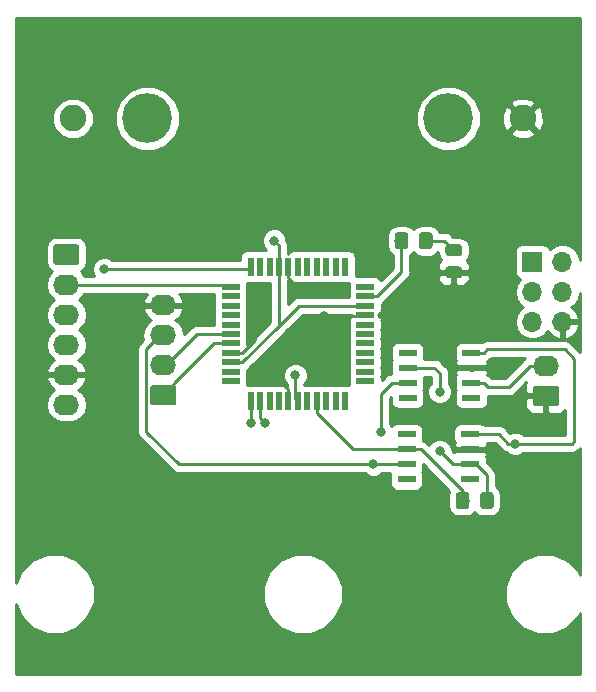
<source format=gbr>
G04 #@! TF.GenerationSoftware,KiCad,Pcbnew,5.0.1*
G04 #@! TF.CreationDate,2019-02-12T17:29:54-06:00*
G04 #@! TF.ProjectId,EFM,45464D2E6B696361645F706362000000,rev?*
G04 #@! TF.SameCoordinates,Original*
G04 #@! TF.FileFunction,Copper,L1,Top,Signal*
G04 #@! TF.FilePolarity,Positive*
%FSLAX46Y46*%
G04 Gerber Fmt 4.6, Leading zero omitted, Abs format (unit mm)*
G04 Created by KiCad (PCBNEW 5.0.1) date Tue 12 Feb 2019 05:29:54 PM CST*
%MOMM*%
%LPD*%
G01*
G04 APERTURE LIST*
G04 #@! TA.AperFunction,Conductor*
%ADD10C,0.100000*%
G04 #@! TD*
G04 #@! TA.AperFunction,SMDPad,CuDef*
%ADD11C,0.975000*%
G04 #@! TD*
G04 #@! TA.AperFunction,ComponentPad*
%ADD12C,1.740000*%
G04 #@! TD*
G04 #@! TA.AperFunction,ComponentPad*
%ADD13O,2.200000X1.740000*%
G04 #@! TD*
G04 #@! TA.AperFunction,ComponentPad*
%ADD14C,2.250000*%
G04 #@! TD*
G04 #@! TA.AperFunction,ComponentPad*
%ADD15C,4.216000*%
G04 #@! TD*
G04 #@! TA.AperFunction,SMDPad,CuDef*
%ADD16C,1.150000*%
G04 #@! TD*
G04 #@! TA.AperFunction,SMDPad,CuDef*
%ADD17R,1.550000X0.600000*%
G04 #@! TD*
G04 #@! TA.AperFunction,SMDPad,CuDef*
%ADD18R,1.500000X0.550000*%
G04 #@! TD*
G04 #@! TA.AperFunction,SMDPad,CuDef*
%ADD19R,0.550000X1.500000*%
G04 #@! TD*
G04 #@! TA.AperFunction,ComponentPad*
%ADD20R,1.700000X1.700000*%
G04 #@! TD*
G04 #@! TA.AperFunction,ComponentPad*
%ADD21O,1.700000X1.700000*%
G04 #@! TD*
G04 #@! TA.AperFunction,ViaPad*
%ADD22C,0.800000*%
G04 #@! TD*
G04 #@! TA.AperFunction,Conductor*
%ADD23C,0.250000*%
G04 #@! TD*
G04 #@! TA.AperFunction,Conductor*
%ADD24C,0.254000*%
G04 #@! TD*
G04 APERTURE END LIST*
D10*
G04 #@! TO.N,GND*
G04 #@! TO.C,D1*
G36*
X233280142Y-54788674D02*
X233303803Y-54792184D01*
X233327007Y-54797996D01*
X233349529Y-54806054D01*
X233371153Y-54816282D01*
X233391670Y-54828579D01*
X233410883Y-54842829D01*
X233428607Y-54858893D01*
X233444671Y-54876617D01*
X233458921Y-54895830D01*
X233471218Y-54916347D01*
X233481446Y-54937971D01*
X233489504Y-54960493D01*
X233495316Y-54983697D01*
X233498826Y-55007358D01*
X233500000Y-55031250D01*
X233500000Y-55518750D01*
X233498826Y-55542642D01*
X233495316Y-55566303D01*
X233489504Y-55589507D01*
X233481446Y-55612029D01*
X233471218Y-55633653D01*
X233458921Y-55654170D01*
X233444671Y-55673383D01*
X233428607Y-55691107D01*
X233410883Y-55707171D01*
X233391670Y-55721421D01*
X233371153Y-55733718D01*
X233349529Y-55743946D01*
X233327007Y-55752004D01*
X233303803Y-55757816D01*
X233280142Y-55761326D01*
X233256250Y-55762500D01*
X232343750Y-55762500D01*
X232319858Y-55761326D01*
X232296197Y-55757816D01*
X232272993Y-55752004D01*
X232250471Y-55743946D01*
X232228847Y-55733718D01*
X232208330Y-55721421D01*
X232189117Y-55707171D01*
X232171393Y-55691107D01*
X232155329Y-55673383D01*
X232141079Y-55654170D01*
X232128782Y-55633653D01*
X232118554Y-55612029D01*
X232110496Y-55589507D01*
X232104684Y-55566303D01*
X232101174Y-55542642D01*
X232100000Y-55518750D01*
X232100000Y-55031250D01*
X232101174Y-55007358D01*
X232104684Y-54983697D01*
X232110496Y-54960493D01*
X232118554Y-54937971D01*
X232128782Y-54916347D01*
X232141079Y-54895830D01*
X232155329Y-54876617D01*
X232171393Y-54858893D01*
X232189117Y-54842829D01*
X232208330Y-54828579D01*
X232228847Y-54816282D01*
X232250471Y-54806054D01*
X232272993Y-54797996D01*
X232296197Y-54792184D01*
X232319858Y-54788674D01*
X232343750Y-54787500D01*
X233256250Y-54787500D01*
X233280142Y-54788674D01*
X233280142Y-54788674D01*
G37*
D11*
G04 #@! TD*
G04 #@! TO.P,D1,1*
G04 #@! TO.N,GND*
X232800000Y-55275000D03*
D10*
G04 #@! TO.N,Net-(D1-Pad2)*
G04 #@! TO.C,D1*
G36*
X233280142Y-52913674D02*
X233303803Y-52917184D01*
X233327007Y-52922996D01*
X233349529Y-52931054D01*
X233371153Y-52941282D01*
X233391670Y-52953579D01*
X233410883Y-52967829D01*
X233428607Y-52983893D01*
X233444671Y-53001617D01*
X233458921Y-53020830D01*
X233471218Y-53041347D01*
X233481446Y-53062971D01*
X233489504Y-53085493D01*
X233495316Y-53108697D01*
X233498826Y-53132358D01*
X233500000Y-53156250D01*
X233500000Y-53643750D01*
X233498826Y-53667642D01*
X233495316Y-53691303D01*
X233489504Y-53714507D01*
X233481446Y-53737029D01*
X233471218Y-53758653D01*
X233458921Y-53779170D01*
X233444671Y-53798383D01*
X233428607Y-53816107D01*
X233410883Y-53832171D01*
X233391670Y-53846421D01*
X233371153Y-53858718D01*
X233349529Y-53868946D01*
X233327007Y-53877004D01*
X233303803Y-53882816D01*
X233280142Y-53886326D01*
X233256250Y-53887500D01*
X232343750Y-53887500D01*
X232319858Y-53886326D01*
X232296197Y-53882816D01*
X232272993Y-53877004D01*
X232250471Y-53868946D01*
X232228847Y-53858718D01*
X232208330Y-53846421D01*
X232189117Y-53832171D01*
X232171393Y-53816107D01*
X232155329Y-53798383D01*
X232141079Y-53779170D01*
X232128782Y-53758653D01*
X232118554Y-53737029D01*
X232110496Y-53714507D01*
X232104684Y-53691303D01*
X232101174Y-53667642D01*
X232100000Y-53643750D01*
X232100000Y-53156250D01*
X232101174Y-53132358D01*
X232104684Y-53108697D01*
X232110496Y-53085493D01*
X232118554Y-53062971D01*
X232128782Y-53041347D01*
X232141079Y-53020830D01*
X232155329Y-53001617D01*
X232171393Y-52983893D01*
X232189117Y-52967829D01*
X232208330Y-52953579D01*
X232228847Y-52941282D01*
X232250471Y-52931054D01*
X232272993Y-52922996D01*
X232296197Y-52917184D01*
X232319858Y-52913674D01*
X232343750Y-52912500D01*
X233256250Y-52912500D01*
X233280142Y-52913674D01*
X233280142Y-52913674D01*
G37*
D11*
G04 #@! TD*
G04 #@! TO.P,D1,2*
G04 #@! TO.N,Net-(D1-Pad2)*
X232800000Y-53400000D03*
D10*
G04 #@! TO.N,Net-(J1-Pad1)*
G04 #@! TO.C,J1*
G36*
X200874505Y-52911204D02*
X200898773Y-52914804D01*
X200922572Y-52920765D01*
X200945671Y-52929030D01*
X200967850Y-52939520D01*
X200988893Y-52952132D01*
X201008599Y-52966747D01*
X201026777Y-52983223D01*
X201043253Y-53001401D01*
X201057868Y-53021107D01*
X201070480Y-53042150D01*
X201080970Y-53064329D01*
X201089235Y-53087428D01*
X201095196Y-53111227D01*
X201098796Y-53135495D01*
X201100000Y-53159999D01*
X201100000Y-54400001D01*
X201098796Y-54424505D01*
X201095196Y-54448773D01*
X201089235Y-54472572D01*
X201080970Y-54495671D01*
X201070480Y-54517850D01*
X201057868Y-54538893D01*
X201043253Y-54558599D01*
X201026777Y-54576777D01*
X201008599Y-54593253D01*
X200988893Y-54607868D01*
X200967850Y-54620480D01*
X200945671Y-54630970D01*
X200922572Y-54639235D01*
X200898773Y-54645196D01*
X200874505Y-54648796D01*
X200850001Y-54650000D01*
X199149999Y-54650000D01*
X199125495Y-54648796D01*
X199101227Y-54645196D01*
X199077428Y-54639235D01*
X199054329Y-54630970D01*
X199032150Y-54620480D01*
X199011107Y-54607868D01*
X198991401Y-54593253D01*
X198973223Y-54576777D01*
X198956747Y-54558599D01*
X198942132Y-54538893D01*
X198929520Y-54517850D01*
X198919030Y-54495671D01*
X198910765Y-54472572D01*
X198904804Y-54448773D01*
X198901204Y-54424505D01*
X198900000Y-54400001D01*
X198900000Y-53159999D01*
X198901204Y-53135495D01*
X198904804Y-53111227D01*
X198910765Y-53087428D01*
X198919030Y-53064329D01*
X198929520Y-53042150D01*
X198942132Y-53021107D01*
X198956747Y-53001401D01*
X198973223Y-52983223D01*
X198991401Y-52966747D01*
X199011107Y-52952132D01*
X199032150Y-52939520D01*
X199054329Y-52929030D01*
X199077428Y-52920765D01*
X199101227Y-52914804D01*
X199125495Y-52911204D01*
X199149999Y-52910000D01*
X200850001Y-52910000D01*
X200874505Y-52911204D01*
X200874505Y-52911204D01*
G37*
D12*
G04 #@! TD*
G04 #@! TO.P,J1,1*
G04 #@! TO.N,Net-(J1-Pad1)*
X200000000Y-53780000D03*
D13*
G04 #@! TO.P,J1,2*
G04 #@! TO.N,/TXD*
X200000000Y-56320000D03*
G04 #@! TO.P,J1,3*
G04 #@! TO.N,/RXD*
X200000000Y-58860000D03*
G04 #@! TO.P,J1,4*
G04 #@! TO.N,/BATT*
X200000000Y-61400000D03*
G04 #@! TO.P,J1,5*
G04 #@! TO.N,GND*
X200000000Y-63940000D03*
G04 #@! TO.P,J1,6*
G04 #@! TO.N,Net-(J1-Pad6)*
X200000000Y-66480000D03*
G04 #@! TD*
D10*
G04 #@! TO.N,/SCLE*
G04 #@! TO.C,J2*
G36*
X209074505Y-64811204D02*
X209098773Y-64814804D01*
X209122572Y-64820765D01*
X209145671Y-64829030D01*
X209167850Y-64839520D01*
X209188893Y-64852132D01*
X209208599Y-64866747D01*
X209226777Y-64883223D01*
X209243253Y-64901401D01*
X209257868Y-64921107D01*
X209270480Y-64942150D01*
X209280970Y-64964329D01*
X209289235Y-64987428D01*
X209295196Y-65011227D01*
X209298796Y-65035495D01*
X209300000Y-65059999D01*
X209300000Y-66300001D01*
X209298796Y-66324505D01*
X209295196Y-66348773D01*
X209289235Y-66372572D01*
X209280970Y-66395671D01*
X209270480Y-66417850D01*
X209257868Y-66438893D01*
X209243253Y-66458599D01*
X209226777Y-66476777D01*
X209208599Y-66493253D01*
X209188893Y-66507868D01*
X209167850Y-66520480D01*
X209145671Y-66530970D01*
X209122572Y-66539235D01*
X209098773Y-66545196D01*
X209074505Y-66548796D01*
X209050001Y-66550000D01*
X207349999Y-66550000D01*
X207325495Y-66548796D01*
X207301227Y-66545196D01*
X207277428Y-66539235D01*
X207254329Y-66530970D01*
X207232150Y-66520480D01*
X207211107Y-66507868D01*
X207191401Y-66493253D01*
X207173223Y-66476777D01*
X207156747Y-66458599D01*
X207142132Y-66438893D01*
X207129520Y-66417850D01*
X207119030Y-66395671D01*
X207110765Y-66372572D01*
X207104804Y-66348773D01*
X207101204Y-66324505D01*
X207100000Y-66300001D01*
X207100000Y-65059999D01*
X207101204Y-65035495D01*
X207104804Y-65011227D01*
X207110765Y-64987428D01*
X207119030Y-64964329D01*
X207129520Y-64942150D01*
X207142132Y-64921107D01*
X207156747Y-64901401D01*
X207173223Y-64883223D01*
X207191401Y-64866747D01*
X207211107Y-64852132D01*
X207232150Y-64839520D01*
X207254329Y-64829030D01*
X207277428Y-64820765D01*
X207301227Y-64814804D01*
X207325495Y-64811204D01*
X207349999Y-64810000D01*
X209050001Y-64810000D01*
X209074505Y-64811204D01*
X209074505Y-64811204D01*
G37*
D12*
G04 #@! TD*
G04 #@! TO.P,J2,1*
G04 #@! TO.N,/SCLE*
X208200000Y-65680000D03*
D13*
G04 #@! TO.P,J2,2*
G04 #@! TO.N,/SDAD*
X208200000Y-63140000D03*
G04 #@! TO.P,J2,3*
G04 #@! TO.N,/+2.8V*
X208200000Y-60600000D03*
G04 #@! TO.P,J2,4*
G04 #@! TO.N,GND*
X208200000Y-58060000D03*
G04 #@! TD*
D10*
G04 #@! TO.N,GND*
G04 #@! TO.C,J3*
G36*
X241474505Y-64871204D02*
X241498773Y-64874804D01*
X241522572Y-64880765D01*
X241545671Y-64889030D01*
X241567850Y-64899520D01*
X241588893Y-64912132D01*
X241608599Y-64926747D01*
X241626777Y-64943223D01*
X241643253Y-64961401D01*
X241657868Y-64981107D01*
X241670480Y-65002150D01*
X241680970Y-65024329D01*
X241689235Y-65047428D01*
X241695196Y-65071227D01*
X241698796Y-65095495D01*
X241700000Y-65119999D01*
X241700000Y-66360001D01*
X241698796Y-66384505D01*
X241695196Y-66408773D01*
X241689235Y-66432572D01*
X241680970Y-66455671D01*
X241670480Y-66477850D01*
X241657868Y-66498893D01*
X241643253Y-66518599D01*
X241626777Y-66536777D01*
X241608599Y-66553253D01*
X241588893Y-66567868D01*
X241567850Y-66580480D01*
X241545671Y-66590970D01*
X241522572Y-66599235D01*
X241498773Y-66605196D01*
X241474505Y-66608796D01*
X241450001Y-66610000D01*
X239749999Y-66610000D01*
X239725495Y-66608796D01*
X239701227Y-66605196D01*
X239677428Y-66599235D01*
X239654329Y-66590970D01*
X239632150Y-66580480D01*
X239611107Y-66567868D01*
X239591401Y-66553253D01*
X239573223Y-66536777D01*
X239556747Y-66518599D01*
X239542132Y-66498893D01*
X239529520Y-66477850D01*
X239519030Y-66455671D01*
X239510765Y-66432572D01*
X239504804Y-66408773D01*
X239501204Y-66384505D01*
X239500000Y-66360001D01*
X239500000Y-65119999D01*
X239501204Y-65095495D01*
X239504804Y-65071227D01*
X239510765Y-65047428D01*
X239519030Y-65024329D01*
X239529520Y-65002150D01*
X239542132Y-64981107D01*
X239556747Y-64961401D01*
X239573223Y-64943223D01*
X239591401Y-64926747D01*
X239611107Y-64912132D01*
X239632150Y-64899520D01*
X239654329Y-64889030D01*
X239677428Y-64880765D01*
X239701227Y-64874804D01*
X239725495Y-64871204D01*
X239749999Y-64870000D01*
X241450001Y-64870000D01*
X241474505Y-64871204D01*
X241474505Y-64871204D01*
G37*
D12*
G04 #@! TD*
G04 #@! TO.P,J3,1*
G04 #@! TO.N,GND*
X240600000Y-65740000D03*
D13*
G04 #@! TO.P,J3,2*
G04 #@! TO.N,/S1*
X240600000Y-63200000D03*
G04 #@! TD*
D14*
G04 #@! TO.P,M1,+*
G04 #@! TO.N,/BATT*
X200549200Y-42250000D03*
G04 #@! TO.P,M1,-*
G04 #@! TO.N,GND*
X238649200Y-42250000D03*
D15*
G04 #@! TO.P,M1,P$4*
G04 #@! TO.N,N/C*
X206848400Y-42250000D03*
G04 #@! TO.P,M1,P$5*
X232350000Y-42250000D03*
G04 #@! TD*
D10*
G04 #@! TO.N,Net-(D1-Pad2)*
G04 #@! TO.C,R1*
G36*
X230774505Y-51901204D02*
X230798773Y-51904804D01*
X230822572Y-51910765D01*
X230845671Y-51919030D01*
X230867850Y-51929520D01*
X230888893Y-51942132D01*
X230908599Y-51956747D01*
X230926777Y-51973223D01*
X230943253Y-51991401D01*
X230957868Y-52011107D01*
X230970480Y-52032150D01*
X230980970Y-52054329D01*
X230989235Y-52077428D01*
X230995196Y-52101227D01*
X230998796Y-52125495D01*
X231000000Y-52149999D01*
X231000000Y-53050001D01*
X230998796Y-53074505D01*
X230995196Y-53098773D01*
X230989235Y-53122572D01*
X230980970Y-53145671D01*
X230970480Y-53167850D01*
X230957868Y-53188893D01*
X230943253Y-53208599D01*
X230926777Y-53226777D01*
X230908599Y-53243253D01*
X230888893Y-53257868D01*
X230867850Y-53270480D01*
X230845671Y-53280970D01*
X230822572Y-53289235D01*
X230798773Y-53295196D01*
X230774505Y-53298796D01*
X230750001Y-53300000D01*
X230099999Y-53300000D01*
X230075495Y-53298796D01*
X230051227Y-53295196D01*
X230027428Y-53289235D01*
X230004329Y-53280970D01*
X229982150Y-53270480D01*
X229961107Y-53257868D01*
X229941401Y-53243253D01*
X229923223Y-53226777D01*
X229906747Y-53208599D01*
X229892132Y-53188893D01*
X229879520Y-53167850D01*
X229869030Y-53145671D01*
X229860765Y-53122572D01*
X229854804Y-53098773D01*
X229851204Y-53074505D01*
X229850000Y-53050001D01*
X229850000Y-52149999D01*
X229851204Y-52125495D01*
X229854804Y-52101227D01*
X229860765Y-52077428D01*
X229869030Y-52054329D01*
X229879520Y-52032150D01*
X229892132Y-52011107D01*
X229906747Y-51991401D01*
X229923223Y-51973223D01*
X229941401Y-51956747D01*
X229961107Y-51942132D01*
X229982150Y-51929520D01*
X230004329Y-51919030D01*
X230027428Y-51910765D01*
X230051227Y-51904804D01*
X230075495Y-51901204D01*
X230099999Y-51900000D01*
X230750001Y-51900000D01*
X230774505Y-51901204D01*
X230774505Y-51901204D01*
G37*
D16*
G04 #@! TD*
G04 #@! TO.P,R1,1*
G04 #@! TO.N,Net-(D1-Pad2)*
X230425000Y-52600000D03*
D10*
G04 #@! TO.N,/LED*
G04 #@! TO.C,R1*
G36*
X228724505Y-51901204D02*
X228748773Y-51904804D01*
X228772572Y-51910765D01*
X228795671Y-51919030D01*
X228817850Y-51929520D01*
X228838893Y-51942132D01*
X228858599Y-51956747D01*
X228876777Y-51973223D01*
X228893253Y-51991401D01*
X228907868Y-52011107D01*
X228920480Y-52032150D01*
X228930970Y-52054329D01*
X228939235Y-52077428D01*
X228945196Y-52101227D01*
X228948796Y-52125495D01*
X228950000Y-52149999D01*
X228950000Y-53050001D01*
X228948796Y-53074505D01*
X228945196Y-53098773D01*
X228939235Y-53122572D01*
X228930970Y-53145671D01*
X228920480Y-53167850D01*
X228907868Y-53188893D01*
X228893253Y-53208599D01*
X228876777Y-53226777D01*
X228858599Y-53243253D01*
X228838893Y-53257868D01*
X228817850Y-53270480D01*
X228795671Y-53280970D01*
X228772572Y-53289235D01*
X228748773Y-53295196D01*
X228724505Y-53298796D01*
X228700001Y-53300000D01*
X228049999Y-53300000D01*
X228025495Y-53298796D01*
X228001227Y-53295196D01*
X227977428Y-53289235D01*
X227954329Y-53280970D01*
X227932150Y-53270480D01*
X227911107Y-53257868D01*
X227891401Y-53243253D01*
X227873223Y-53226777D01*
X227856747Y-53208599D01*
X227842132Y-53188893D01*
X227829520Y-53167850D01*
X227819030Y-53145671D01*
X227810765Y-53122572D01*
X227804804Y-53098773D01*
X227801204Y-53074505D01*
X227800000Y-53050001D01*
X227800000Y-52149999D01*
X227801204Y-52125495D01*
X227804804Y-52101227D01*
X227810765Y-52077428D01*
X227819030Y-52054329D01*
X227829520Y-52032150D01*
X227842132Y-52011107D01*
X227856747Y-51991401D01*
X227873223Y-51973223D01*
X227891401Y-51956747D01*
X227911107Y-51942132D01*
X227932150Y-51929520D01*
X227954329Y-51919030D01*
X227977428Y-51910765D01*
X228001227Y-51904804D01*
X228025495Y-51901204D01*
X228049999Y-51900000D01*
X228700001Y-51900000D01*
X228724505Y-51901204D01*
X228724505Y-51901204D01*
G37*
D16*
G04 #@! TD*
G04 #@! TO.P,R1,2*
G04 #@! TO.N,/LED*
X228375000Y-52600000D03*
D10*
G04 #@! TO.N,/VOUT*
G04 #@! TO.C,R5*
G36*
X233899505Y-73901204D02*
X233923773Y-73904804D01*
X233947572Y-73910765D01*
X233970671Y-73919030D01*
X233992850Y-73929520D01*
X234013893Y-73942132D01*
X234033599Y-73956747D01*
X234051777Y-73973223D01*
X234068253Y-73991401D01*
X234082868Y-74011107D01*
X234095480Y-74032150D01*
X234105970Y-74054329D01*
X234114235Y-74077428D01*
X234120196Y-74101227D01*
X234123796Y-74125495D01*
X234125000Y-74149999D01*
X234125000Y-75050001D01*
X234123796Y-75074505D01*
X234120196Y-75098773D01*
X234114235Y-75122572D01*
X234105970Y-75145671D01*
X234095480Y-75167850D01*
X234082868Y-75188893D01*
X234068253Y-75208599D01*
X234051777Y-75226777D01*
X234033599Y-75243253D01*
X234013893Y-75257868D01*
X233992850Y-75270480D01*
X233970671Y-75280970D01*
X233947572Y-75289235D01*
X233923773Y-75295196D01*
X233899505Y-75298796D01*
X233875001Y-75300000D01*
X233224999Y-75300000D01*
X233200495Y-75298796D01*
X233176227Y-75295196D01*
X233152428Y-75289235D01*
X233129329Y-75280970D01*
X233107150Y-75270480D01*
X233086107Y-75257868D01*
X233066401Y-75243253D01*
X233048223Y-75226777D01*
X233031747Y-75208599D01*
X233017132Y-75188893D01*
X233004520Y-75167850D01*
X232994030Y-75145671D01*
X232985765Y-75122572D01*
X232979804Y-75098773D01*
X232976204Y-75074505D01*
X232975000Y-75050001D01*
X232975000Y-74149999D01*
X232976204Y-74125495D01*
X232979804Y-74101227D01*
X232985765Y-74077428D01*
X232994030Y-74054329D01*
X233004520Y-74032150D01*
X233017132Y-74011107D01*
X233031747Y-73991401D01*
X233048223Y-73973223D01*
X233066401Y-73956747D01*
X233086107Y-73942132D01*
X233107150Y-73929520D01*
X233129329Y-73919030D01*
X233152428Y-73910765D01*
X233176227Y-73904804D01*
X233200495Y-73901204D01*
X233224999Y-73900000D01*
X233875001Y-73900000D01*
X233899505Y-73901204D01*
X233899505Y-73901204D01*
G37*
D16*
G04 #@! TD*
G04 #@! TO.P,R5,1*
G04 #@! TO.N,/VOUT*
X233550000Y-74600000D03*
D10*
G04 #@! TO.N,Net-(R3-Pad1)*
G04 #@! TO.C,R5*
G36*
X235949505Y-73901204D02*
X235973773Y-73904804D01*
X235997572Y-73910765D01*
X236020671Y-73919030D01*
X236042850Y-73929520D01*
X236063893Y-73942132D01*
X236083599Y-73956747D01*
X236101777Y-73973223D01*
X236118253Y-73991401D01*
X236132868Y-74011107D01*
X236145480Y-74032150D01*
X236155970Y-74054329D01*
X236164235Y-74077428D01*
X236170196Y-74101227D01*
X236173796Y-74125495D01*
X236175000Y-74149999D01*
X236175000Y-75050001D01*
X236173796Y-75074505D01*
X236170196Y-75098773D01*
X236164235Y-75122572D01*
X236155970Y-75145671D01*
X236145480Y-75167850D01*
X236132868Y-75188893D01*
X236118253Y-75208599D01*
X236101777Y-75226777D01*
X236083599Y-75243253D01*
X236063893Y-75257868D01*
X236042850Y-75270480D01*
X236020671Y-75280970D01*
X235997572Y-75289235D01*
X235973773Y-75295196D01*
X235949505Y-75298796D01*
X235925001Y-75300000D01*
X235274999Y-75300000D01*
X235250495Y-75298796D01*
X235226227Y-75295196D01*
X235202428Y-75289235D01*
X235179329Y-75280970D01*
X235157150Y-75270480D01*
X235136107Y-75257868D01*
X235116401Y-75243253D01*
X235098223Y-75226777D01*
X235081747Y-75208599D01*
X235067132Y-75188893D01*
X235054520Y-75167850D01*
X235044030Y-75145671D01*
X235035765Y-75122572D01*
X235029804Y-75098773D01*
X235026204Y-75074505D01*
X235025000Y-75050001D01*
X235025000Y-74149999D01*
X235026204Y-74125495D01*
X235029804Y-74101227D01*
X235035765Y-74077428D01*
X235044030Y-74054329D01*
X235054520Y-74032150D01*
X235067132Y-74011107D01*
X235081747Y-73991401D01*
X235098223Y-73973223D01*
X235116401Y-73956747D01*
X235136107Y-73942132D01*
X235157150Y-73929520D01*
X235179329Y-73919030D01*
X235202428Y-73910765D01*
X235226227Y-73904804D01*
X235250495Y-73901204D01*
X235274999Y-73900000D01*
X235925001Y-73900000D01*
X235949505Y-73901204D01*
X235949505Y-73901204D01*
G37*
D16*
G04 #@! TD*
G04 #@! TO.P,R5,2*
G04 #@! TO.N,Net-(R3-Pad1)*
X235600000Y-74600000D03*
D17*
G04 #@! TO.P,U2,1*
G04 #@! TO.N,Net-(U2-Pad1)*
X234300000Y-65905000D03*
G04 #@! TO.P,U2,2*
G04 #@! TO.N,/S1*
X234300000Y-64635000D03*
G04 #@! TO.P,U2,3*
G04 #@! TO.N,GND*
X234300000Y-63365000D03*
G04 #@! TO.P,U2,4*
G04 #@! TO.N,/-2.8V*
X234300000Y-62095000D03*
G04 #@! TO.P,U2,5*
G04 #@! TO.N,Net-(U2-Pad5)*
X228900000Y-62095000D03*
G04 #@! TO.P,U2,6*
G04 #@! TO.N,Net-(C3-Pad1)*
X228900000Y-63365000D03*
G04 #@! TO.P,U2,7*
G04 #@! TO.N,/+2.8V*
X228900000Y-64635000D03*
G04 #@! TO.P,U2,8*
G04 #@! TO.N,Net-(U2-Pad8)*
X228900000Y-65905000D03*
G04 #@! TD*
G04 #@! TO.P,U3,8*
G04 #@! TO.N,Net-(U3-Pad8)*
X228800000Y-72810000D03*
G04 #@! TO.P,U3,7*
G04 #@! TO.N,/+2.8V*
X228800000Y-71540000D03*
G04 #@! TO.P,U3,6*
G04 #@! TO.N,/VOUT*
X228800000Y-70270000D03*
G04 #@! TO.P,U3,5*
G04 #@! TO.N,Net-(U3-Pad5)*
X228800000Y-69000000D03*
G04 #@! TO.P,U3,4*
G04 #@! TO.N,/-2.8V*
X234200000Y-69000000D03*
G04 #@! TO.P,U3,3*
G04 #@! TO.N,GND*
X234200000Y-70270000D03*
G04 #@! TO.P,U3,2*
G04 #@! TO.N,Net-(R3-Pad1)*
X234200000Y-71540000D03*
G04 #@! TO.P,U3,1*
G04 #@! TO.N,Net-(U3-Pad1)*
X234200000Y-72810000D03*
G04 #@! TD*
D18*
G04 #@! TO.P,U5,1*
G04 #@! TO.N,Net-(U5-Pad1)*
X225300000Y-64500000D03*
G04 #@! TO.P,U5,2*
G04 #@! TO.N,Net-(U5-Pad2)*
X225300000Y-63700000D03*
G04 #@! TO.P,U5,3*
G04 #@! TO.N,Net-(U5-Pad3)*
X225300000Y-62900000D03*
G04 #@! TO.P,U5,4*
G04 #@! TO.N,Net-(U5-Pad4)*
X225300000Y-62100000D03*
G04 #@! TO.P,U5,5*
G04 #@! TO.N,Net-(U5-Pad5)*
X225300000Y-61300000D03*
G04 #@! TO.P,U5,6*
G04 #@! TO.N,Net-(U5-Pad6)*
X225300000Y-60500000D03*
G04 #@! TO.P,U5,7*
G04 #@! TO.N,Net-(U5-Pad7)*
X225300000Y-59700000D03*
G04 #@! TO.P,U5,8*
G04 #@! TO.N,GND*
X225300000Y-58900000D03*
G04 #@! TO.P,U5,9*
G04 #@! TO.N,Net-(C7-Pad1)*
X225300000Y-58100000D03*
G04 #@! TO.P,U5,10*
G04 #@! TO.N,/LED*
X225300000Y-57300000D03*
G04 #@! TO.P,U5,11*
G04 #@! TO.N,Net-(U5-Pad11)*
X225300000Y-56500000D03*
D19*
G04 #@! TO.P,U5,12*
G04 #@! TO.N,Net-(U5-Pad12)*
X223600000Y-54800000D03*
G04 #@! TO.P,U5,13*
G04 #@! TO.N,Net-(U5-Pad13)*
X222800000Y-54800000D03*
G04 #@! TO.P,U5,14*
G04 #@! TO.N,Net-(U5-Pad14)*
X222000000Y-54800000D03*
G04 #@! TO.P,U5,15*
G04 #@! TO.N,Net-(U5-Pad15)*
X221200000Y-54800000D03*
G04 #@! TO.P,U5,16*
G04 #@! TO.N,Net-(U5-Pad16)*
X220400000Y-54800000D03*
G04 #@! TO.P,U5,17*
G04 #@! TO.N,Net-(U5-Pad17)*
X219600000Y-54800000D03*
G04 #@! TO.P,U5,18*
G04 #@! TO.N,GND*
X218800000Y-54800000D03*
G04 #@! TO.P,U5,19*
G04 #@! TO.N,Net-(C7-Pad1)*
X218000000Y-54800000D03*
G04 #@! TO.P,U5,20*
G04 #@! TO.N,Net-(U5-Pad20)*
X217200000Y-54800000D03*
G04 #@! TO.P,U5,21*
G04 #@! TO.N,Net-(U5-Pad21)*
X216400000Y-54800000D03*
G04 #@! TO.P,U5,22*
G04 #@! TO.N,/RXD*
X215600000Y-54800000D03*
D18*
G04 #@! TO.P,U5,23*
G04 #@! TO.N,/TXD*
X213900000Y-56500000D03*
G04 #@! TO.P,U5,24*
G04 #@! TO.N,Net-(U5-Pad24)*
X213900000Y-57300000D03*
G04 #@! TO.P,U5,25*
G04 #@! TO.N,Net-(U5-Pad25)*
X213900000Y-58100000D03*
G04 #@! TO.P,U5,26*
G04 #@! TO.N,Net-(U5-Pad26)*
X213900000Y-58900000D03*
G04 #@! TO.P,U5,27*
G04 #@! TO.N,Net-(U5-Pad27)*
X213900000Y-59700000D03*
G04 #@! TO.P,U5,28*
G04 #@! TO.N,/SDAD*
X213900000Y-60500000D03*
G04 #@! TO.P,U5,29*
G04 #@! TO.N,/SCLE*
X213900000Y-61300000D03*
G04 #@! TO.P,U5,30*
G04 #@! TO.N,GND*
X213900000Y-62100000D03*
G04 #@! TO.P,U5,31*
G04 #@! TO.N,Net-(C7-Pad1)*
X213900000Y-62900000D03*
G04 #@! TO.P,U5,32*
G04 #@! TO.N,Net-(U5-Pad32)*
X213900000Y-63700000D03*
G04 #@! TO.P,U5,33*
G04 #@! TO.N,Net-(U5-Pad33)*
X213900000Y-64500000D03*
D19*
G04 #@! TO.P,U5,34*
G04 #@! TO.N,/PDI-DATA*
X215600000Y-66200000D03*
G04 #@! TO.P,U5,35*
G04 #@! TO.N,/PDI-CLK*
X216400000Y-66200000D03*
G04 #@! TO.P,U5,36*
G04 #@! TO.N,Net-(U5-Pad36)*
X217200000Y-66200000D03*
G04 #@! TO.P,U5,37*
G04 #@! TO.N,Net-(U5-Pad37)*
X218000000Y-66200000D03*
G04 #@! TO.P,U5,38*
G04 #@! TO.N,GND*
X218800000Y-66200000D03*
G04 #@! TO.P,U5,39*
G04 #@! TO.N,Net-(C10-Pad2)*
X219600000Y-66200000D03*
G04 #@! TO.P,U5,40*
G04 #@! TO.N,Net-(U5-Pad40)*
X220400000Y-66200000D03*
G04 #@! TO.P,U5,41*
G04 #@! TO.N,/VOUT*
X221200000Y-66200000D03*
G04 #@! TO.P,U5,42*
G04 #@! TO.N,Net-(U5-Pad42)*
X222000000Y-66200000D03*
G04 #@! TO.P,U5,43*
G04 #@! TO.N,Net-(U5-Pad43)*
X222800000Y-66200000D03*
G04 #@! TO.P,U5,44*
G04 #@! TO.N,Net-(U5-Pad44)*
X223600000Y-66200000D03*
G04 #@! TD*
D20*
G04 #@! TO.P,J4,1*
G04 #@! TO.N,/PDI-DATA*
X239460000Y-54400000D03*
D21*
G04 #@! TO.P,J4,2*
G04 #@! TO.N,/+2.8V*
X242000000Y-54400000D03*
G04 #@! TO.P,J4,3*
G04 #@! TO.N,Net-(J4-Pad3)*
X239460000Y-56940000D03*
G04 #@! TO.P,J4,4*
G04 #@! TO.N,Net-(J4-Pad4)*
X242000000Y-56940000D03*
G04 #@! TO.P,J4,5*
G04 #@! TO.N,/PDI-CLK*
X239460000Y-59480000D03*
G04 #@! TO.P,J4,6*
G04 #@! TO.N,GND*
X242000000Y-59480000D03*
G04 #@! TD*
D22*
G04 #@! TO.N,/-2.8V*
X238000000Y-69800000D03*
G04 #@! TO.N,GND*
X236400000Y-64000000D03*
X199600000Y-48600000D03*
X214400000Y-41600000D03*
X236400000Y-66600000D03*
X221600000Y-56800000D03*
X221800000Y-59000000D03*
X217000000Y-63800000D03*
X216000000Y-60200000D03*
G04 #@! TO.N,/+2.8V*
X226000000Y-71540000D03*
X226600000Y-68800000D03*
G04 #@! TO.N,Net-(C3-Pad1)*
X231600000Y-65400000D03*
G04 #@! TO.N,Net-(C7-Pad1)*
X217600000Y-52600000D03*
G04 #@! TO.N,Net-(C10-Pad2)*
X219400000Y-64000000D03*
G04 #@! TO.N,/RXD*
X203200000Y-55000000D03*
G04 #@! TO.N,/PDI-DATA*
X215600000Y-68000000D03*
G04 #@! TO.N,/PDI-CLK*
X216800000Y-68000000D03*
G04 #@! TO.N,Net-(R3-Pad1)*
X231600000Y-70400000D03*
G04 #@! TD*
D23*
G04 #@! TO.N,/-2.8V*
X238000000Y-69800000D02*
X242800000Y-69800000D01*
X242800000Y-69800000D02*
X243000000Y-69600000D01*
X243000000Y-69600000D02*
X243000000Y-62600000D01*
X235325000Y-62095000D02*
X234300000Y-62095000D01*
X236634315Y-69000000D02*
X235225000Y-69000000D01*
X237434315Y-69800000D02*
X236634315Y-69000000D01*
X235225000Y-69000000D02*
X234200000Y-69000000D01*
X238000000Y-69800000D02*
X237434315Y-69800000D01*
X235620000Y-61800000D02*
X242200000Y-61800000D01*
X242200000Y-61800000D02*
X243000000Y-62600000D01*
X235325000Y-62095000D02*
X235620000Y-61800000D01*
G04 #@! TO.N,GND*
X234300000Y-63365000D02*
X235765000Y-63365000D01*
X235765000Y-63365000D02*
X236400000Y-64000000D01*
X219800000Y-56800000D02*
X221600000Y-56800000D01*
X218800000Y-54800000D02*
X218800000Y-55800000D01*
X218800000Y-55800000D02*
X219800000Y-56800000D01*
X225200000Y-59000000D02*
X225300000Y-58900000D01*
X221800000Y-59000000D02*
X225200000Y-59000000D01*
X217400000Y-63800000D02*
X217000000Y-63800000D01*
X218800000Y-66200000D02*
X218800000Y-65200000D01*
X218800000Y-65200000D02*
X217400000Y-63800000D01*
X214900000Y-62100000D02*
X213900000Y-62100000D01*
X216000000Y-61000000D02*
X214900000Y-62100000D01*
X216000000Y-60200000D02*
X216000000Y-61000000D01*
G04 #@! TO.N,/+2.8V*
X206774990Y-61795010D02*
X206774990Y-68774990D01*
X208200000Y-60600000D02*
X207970000Y-60600000D01*
X207970000Y-60600000D02*
X206774990Y-61795010D01*
X209540000Y-71540000D02*
X226000000Y-71540000D01*
X206774990Y-68774990D02*
X209540000Y-71540000D01*
X226000000Y-71540000D02*
X228800000Y-71540000D01*
X226600000Y-68800000D02*
X226600000Y-65600000D01*
X227565000Y-64635000D02*
X228900000Y-64635000D01*
X226600000Y-65600000D02*
X227565000Y-64635000D01*
G04 #@! TO.N,Net-(C3-Pad1)*
X231600000Y-65400000D02*
X231600000Y-63800000D01*
X231165000Y-63365000D02*
X228900000Y-63365000D01*
X231600000Y-63800000D02*
X231165000Y-63365000D01*
G04 #@! TO.N,/S1*
X239250000Y-63200000D02*
X237450000Y-65000000D01*
X240600000Y-63200000D02*
X239250000Y-63200000D01*
X235325000Y-64635000D02*
X234300000Y-64635000D01*
X235690000Y-65000000D02*
X235325000Y-64635000D01*
X237450000Y-65000000D02*
X235690000Y-65000000D01*
G04 #@! TO.N,Net-(C7-Pad1)*
X218000000Y-53000000D02*
X218000000Y-54800000D01*
X217600000Y-52600000D02*
X218000000Y-53000000D01*
X218000000Y-54800000D02*
X218000000Y-55800000D01*
X214900000Y-62900000D02*
X213900000Y-62900000D01*
X218000000Y-59800000D02*
X214900000Y-62900000D01*
X218000000Y-54800000D02*
X218000000Y-59800000D01*
X219700000Y-58100000D02*
X218000000Y-59800000D01*
X225300000Y-58100000D02*
X219700000Y-58100000D01*
G04 #@! TO.N,Net-(C10-Pad2)*
X219400000Y-66000000D02*
X219600000Y-66200000D01*
X219400000Y-64000000D02*
X219400000Y-66000000D01*
G04 #@! TO.N,Net-(D1-Pad2)*
X232000000Y-52600000D02*
X232800000Y-53400000D01*
X230425000Y-52600000D02*
X232000000Y-52600000D01*
G04 #@! TO.N,/TXD*
X213720000Y-56320000D02*
X213900000Y-56500000D01*
X200000000Y-56320000D02*
X213720000Y-56320000D01*
G04 #@! TO.N,/RXD*
X215400000Y-55000000D02*
X215600000Y-54800000D01*
X203200000Y-55000000D02*
X215400000Y-55000000D01*
G04 #@! TO.N,/SCLE*
X209139773Y-64740227D02*
X209139773Y-64660227D01*
X208200000Y-65680000D02*
X209139773Y-64740227D01*
X212500000Y-61300000D02*
X213900000Y-61300000D01*
X209139773Y-64660227D02*
X212500000Y-61300000D01*
G04 #@! TO.N,/SDAD*
X212900000Y-60500000D02*
X213900000Y-60500000D01*
X211070000Y-60500000D02*
X212900000Y-60500000D01*
X208430000Y-63140000D02*
X211070000Y-60500000D01*
X208200000Y-63140000D02*
X208430000Y-63140000D01*
G04 #@! TO.N,/PDI-DATA*
X215600000Y-68000000D02*
X215600000Y-66200000D01*
G04 #@! TO.N,/PDI-CLK*
X216400000Y-67600000D02*
X216400000Y-66200000D01*
X216800000Y-68000000D02*
X216400000Y-67600000D01*
G04 #@! TO.N,/LED*
X228375000Y-53400000D02*
X228375000Y-52600000D01*
X228375000Y-55225000D02*
X228375000Y-53400000D01*
X226300000Y-57300000D02*
X228375000Y-55225000D01*
X225300000Y-57300000D02*
X226300000Y-57300000D01*
G04 #@! TO.N,Net-(R3-Pad1)*
X232740000Y-71540000D02*
X234200000Y-71540000D01*
X231600000Y-70400000D02*
X232740000Y-71540000D01*
X235600000Y-72465000D02*
X235600000Y-73800000D01*
X234675000Y-71540000D02*
X235600000Y-72465000D01*
X235600000Y-73800000D02*
X235600000Y-74600000D01*
X234200000Y-71540000D02*
X234675000Y-71540000D01*
G04 #@! TO.N,/VOUT*
X229275000Y-70270000D02*
X228800000Y-70270000D01*
X233550000Y-73800000D02*
X230020000Y-70270000D01*
X229825000Y-70270000D02*
X228800000Y-70270000D01*
X230020000Y-70270000D02*
X229825000Y-70270000D01*
X233550000Y-74600000D02*
X233550000Y-73800000D01*
X227775000Y-70270000D02*
X228800000Y-70270000D01*
X224270000Y-70270000D02*
X227775000Y-70270000D01*
X221200000Y-67200000D02*
X224270000Y-70270000D01*
X221200000Y-66200000D02*
X221200000Y-67200000D01*
G04 #@! TD*
D24*
G04 #@! TO.N,GND*
G36*
X243490000Y-54278883D02*
X243398839Y-53820582D01*
X243070625Y-53329375D01*
X242579418Y-53001161D01*
X242146256Y-52915000D01*
X241853744Y-52915000D01*
X241420582Y-53001161D01*
X240929375Y-53329375D01*
X240917184Y-53347619D01*
X240908157Y-53302235D01*
X240767809Y-53092191D01*
X240557765Y-52951843D01*
X240310000Y-52902560D01*
X238610000Y-52902560D01*
X238362235Y-52951843D01*
X238152191Y-53092191D01*
X238011843Y-53302235D01*
X237962560Y-53550000D01*
X237962560Y-55250000D01*
X238011843Y-55497765D01*
X238152191Y-55707809D01*
X238362235Y-55848157D01*
X238407619Y-55857184D01*
X238389375Y-55869375D01*
X238061161Y-56360582D01*
X237945908Y-56940000D01*
X238061161Y-57519418D01*
X238389375Y-58010625D01*
X238687761Y-58210000D01*
X238389375Y-58409375D01*
X238061161Y-58900582D01*
X237945908Y-59480000D01*
X238061161Y-60059418D01*
X238389375Y-60550625D01*
X238880582Y-60878839D01*
X239313744Y-60965000D01*
X239606256Y-60965000D01*
X240039418Y-60878839D01*
X240530625Y-60550625D01*
X240731353Y-60250214D01*
X241118642Y-60675183D01*
X241643108Y-60921486D01*
X241873000Y-60800819D01*
X241873000Y-59607000D01*
X242127000Y-59607000D01*
X242127000Y-60800819D01*
X242356892Y-60921486D01*
X242881358Y-60675183D01*
X243271645Y-60246924D01*
X243441476Y-59836890D01*
X243320155Y-59607000D01*
X242127000Y-59607000D01*
X241873000Y-59607000D01*
X241853000Y-59607000D01*
X241853000Y-59353000D01*
X241873000Y-59353000D01*
X241873000Y-59333000D01*
X242127000Y-59333000D01*
X242127000Y-59353000D01*
X243320155Y-59353000D01*
X243441476Y-59123110D01*
X243271645Y-58713076D01*
X242881358Y-58284817D01*
X242751522Y-58223843D01*
X243070625Y-58010625D01*
X243398839Y-57519418D01*
X243490000Y-57061117D01*
X243490001Y-62013364D01*
X243484473Y-62009671D01*
X242790331Y-61315530D01*
X242747929Y-61252071D01*
X242496537Y-61084096D01*
X242274852Y-61040000D01*
X242274847Y-61040000D01*
X242200000Y-61025112D01*
X242125153Y-61040000D01*
X235694846Y-61040000D01*
X235619999Y-61025112D01*
X235545152Y-61040000D01*
X235545148Y-61040000D01*
X235323463Y-61084096D01*
X235193274Y-61171086D01*
X235075000Y-61147560D01*
X233525000Y-61147560D01*
X233277235Y-61196843D01*
X233067191Y-61337191D01*
X232926843Y-61547235D01*
X232877560Y-61795000D01*
X232877560Y-62395000D01*
X232926843Y-62642765D01*
X232979768Y-62721972D01*
X232890000Y-62938690D01*
X232890000Y-63079250D01*
X233048750Y-63238000D01*
X234173000Y-63238000D01*
X234173000Y-63218000D01*
X234427000Y-63218000D01*
X234427000Y-63238000D01*
X235551250Y-63238000D01*
X235710000Y-63079250D01*
X235710000Y-62938690D01*
X235649367Y-62792309D01*
X235872929Y-62642929D01*
X235915331Y-62579470D01*
X235934801Y-62560000D01*
X238839864Y-62560000D01*
X238765526Y-62609671D01*
X238765524Y-62609673D01*
X238702071Y-62652071D01*
X238659673Y-62715524D01*
X237135199Y-64240000D01*
X236004801Y-64240000D01*
X235915331Y-64150530D01*
X235872929Y-64087071D01*
X235649367Y-63937691D01*
X235710000Y-63791310D01*
X235710000Y-63650750D01*
X235551250Y-63492000D01*
X234427000Y-63492000D01*
X234427000Y-63512000D01*
X234173000Y-63512000D01*
X234173000Y-63492000D01*
X233048750Y-63492000D01*
X232890000Y-63650750D01*
X232890000Y-63791310D01*
X232979768Y-64008028D01*
X232926843Y-64087235D01*
X232877560Y-64335000D01*
X232877560Y-64935000D01*
X232926843Y-65182765D01*
X232985132Y-65270000D01*
X232926843Y-65357235D01*
X232877560Y-65605000D01*
X232877560Y-66205000D01*
X232926843Y-66452765D01*
X233067191Y-66662809D01*
X233277235Y-66803157D01*
X233525000Y-66852440D01*
X235075000Y-66852440D01*
X235322765Y-66803157D01*
X235532809Y-66662809D01*
X235673157Y-66452765D01*
X235722440Y-66205000D01*
X235722440Y-66025750D01*
X238865000Y-66025750D01*
X238865000Y-66736309D01*
X238961673Y-66969698D01*
X239140301Y-67148327D01*
X239373690Y-67245000D01*
X240314250Y-67245000D01*
X240473000Y-67086250D01*
X240473000Y-65867000D01*
X239023750Y-65867000D01*
X238865000Y-66025750D01*
X235722440Y-66025750D01*
X235722440Y-65768435D01*
X235764847Y-65760000D01*
X237375153Y-65760000D01*
X237450000Y-65774888D01*
X237524847Y-65760000D01*
X237524852Y-65760000D01*
X237746537Y-65715904D01*
X237997929Y-65547929D01*
X238040331Y-65484470D01*
X238924319Y-64600483D01*
X238865000Y-64743691D01*
X238865000Y-65454250D01*
X239023750Y-65613000D01*
X240473000Y-65613000D01*
X240473000Y-65593000D01*
X240727000Y-65593000D01*
X240727000Y-65613000D01*
X240747000Y-65613000D01*
X240747000Y-65867000D01*
X240727000Y-65867000D01*
X240727000Y-67086250D01*
X240885750Y-67245000D01*
X241826310Y-67245000D01*
X242059699Y-67148327D01*
X242238327Y-66969698D01*
X242240000Y-66965658D01*
X242240000Y-69040000D01*
X238703711Y-69040000D01*
X238586280Y-68922569D01*
X238205874Y-68765000D01*
X237794126Y-68765000D01*
X237567845Y-68858728D01*
X237224646Y-68515530D01*
X237182244Y-68452071D01*
X236930852Y-68284096D01*
X236709167Y-68240000D01*
X236709162Y-68240000D01*
X236634315Y-68225112D01*
X236559468Y-68240000D01*
X235429530Y-68240000D01*
X235222765Y-68101843D01*
X234975000Y-68052560D01*
X233425000Y-68052560D01*
X233177235Y-68101843D01*
X232967191Y-68242191D01*
X232826843Y-68452235D01*
X232777560Y-68700000D01*
X232777560Y-69300000D01*
X232826843Y-69547765D01*
X232879768Y-69626972D01*
X232790000Y-69843690D01*
X232790000Y-69984250D01*
X232948750Y-70143000D01*
X234073000Y-70143000D01*
X234073000Y-70123000D01*
X234327000Y-70123000D01*
X234327000Y-70143000D01*
X235451250Y-70143000D01*
X235610000Y-69984250D01*
X235610000Y-69843690D01*
X235575334Y-69760000D01*
X236319514Y-69760000D01*
X236843986Y-70284473D01*
X236886386Y-70347929D01*
X236949842Y-70390329D01*
X237137777Y-70515904D01*
X237185920Y-70525480D01*
X237280603Y-70544314D01*
X237413720Y-70677431D01*
X237794126Y-70835000D01*
X238205874Y-70835000D01*
X238586280Y-70677431D01*
X238703711Y-70560000D01*
X242725153Y-70560000D01*
X242800000Y-70574888D01*
X242874847Y-70560000D01*
X242874852Y-70560000D01*
X243096537Y-70515904D01*
X243347929Y-70347929D01*
X243390331Y-70284470D01*
X243484470Y-70190331D01*
X243490001Y-70186635D01*
X243490001Y-80873071D01*
X243369664Y-80582552D01*
X242417448Y-79630336D01*
X241173318Y-79115000D01*
X239826682Y-79115000D01*
X238582552Y-79630336D01*
X237630336Y-80582552D01*
X237115000Y-81826682D01*
X237115000Y-83173318D01*
X237630336Y-84417448D01*
X238582552Y-85369664D01*
X239826682Y-85885000D01*
X241173318Y-85885000D01*
X242417448Y-85369664D01*
X243369664Y-84417448D01*
X243490001Y-84126929D01*
X243490001Y-86301925D01*
X243465000Y-86427613D01*
X243465001Y-89290000D01*
X195735000Y-89290000D01*
X195735000Y-86427612D01*
X195710000Y-86301929D01*
X195710000Y-83402668D01*
X196130336Y-84417448D01*
X197082552Y-85369664D01*
X198326682Y-85885000D01*
X199673318Y-85885000D01*
X200917448Y-85369664D01*
X201869664Y-84417448D01*
X202385000Y-83173318D01*
X202385000Y-81826682D01*
X216615000Y-81826682D01*
X216615000Y-83173318D01*
X217130336Y-84417448D01*
X218082552Y-85369664D01*
X219326682Y-85885000D01*
X220673318Y-85885000D01*
X221917448Y-85369664D01*
X222869664Y-84417448D01*
X223385000Y-83173318D01*
X223385000Y-81826682D01*
X222869664Y-80582552D01*
X221917448Y-79630336D01*
X220673318Y-79115000D01*
X219326682Y-79115000D01*
X218082552Y-79630336D01*
X217130336Y-80582552D01*
X216615000Y-81826682D01*
X202385000Y-81826682D01*
X201869664Y-80582552D01*
X200917448Y-79630336D01*
X199673318Y-79115000D01*
X198326682Y-79115000D01*
X197082552Y-79630336D01*
X196130336Y-80582552D01*
X195710000Y-81597332D01*
X195710000Y-66480000D01*
X198235516Y-66480000D01*
X198352322Y-67067222D01*
X198684956Y-67565044D01*
X199182778Y-67897678D01*
X199621774Y-67985000D01*
X200378226Y-67985000D01*
X200817222Y-67897678D01*
X201315044Y-67565044D01*
X201647678Y-67067222D01*
X201764484Y-66480000D01*
X201647678Y-65892778D01*
X201315044Y-65394956D01*
X201027523Y-65202840D01*
X201390533Y-64910491D01*
X201673584Y-64392500D01*
X201691302Y-64300031D01*
X201570246Y-64067000D01*
X200127000Y-64067000D01*
X200127000Y-64087000D01*
X199873000Y-64087000D01*
X199873000Y-64067000D01*
X198429754Y-64067000D01*
X198308698Y-64300031D01*
X198326416Y-64392500D01*
X198609467Y-64910491D01*
X198972477Y-65202840D01*
X198684956Y-65394956D01*
X198352322Y-65892778D01*
X198235516Y-66480000D01*
X195710000Y-66480000D01*
X195710000Y-56320000D01*
X198235516Y-56320000D01*
X198352322Y-56907222D01*
X198684956Y-57405044D01*
X198961762Y-57590000D01*
X198684956Y-57774956D01*
X198352322Y-58272778D01*
X198235516Y-58860000D01*
X198352322Y-59447222D01*
X198684956Y-59945044D01*
X198961762Y-60130000D01*
X198684956Y-60314956D01*
X198352322Y-60812778D01*
X198235516Y-61400000D01*
X198352322Y-61987222D01*
X198684956Y-62485044D01*
X198972477Y-62677160D01*
X198609467Y-62969509D01*
X198326416Y-63487500D01*
X198308698Y-63579969D01*
X198429754Y-63813000D01*
X199873000Y-63813000D01*
X199873000Y-63793000D01*
X200127000Y-63793000D01*
X200127000Y-63813000D01*
X201570246Y-63813000D01*
X201691302Y-63579969D01*
X201673584Y-63487500D01*
X201390533Y-62969509D01*
X201027523Y-62677160D01*
X201315044Y-62485044D01*
X201647678Y-61987222D01*
X201764484Y-61400000D01*
X201647678Y-60812778D01*
X201315044Y-60314956D01*
X201038238Y-60130000D01*
X201315044Y-59945044D01*
X201647678Y-59447222D01*
X201764484Y-58860000D01*
X201647678Y-58272778D01*
X201315044Y-57774956D01*
X201038238Y-57590000D01*
X201315044Y-57405044D01*
X201532231Y-57080000D01*
X206821274Y-57080000D01*
X206809467Y-57089509D01*
X206526416Y-57607500D01*
X206508698Y-57699969D01*
X206629754Y-57933000D01*
X208073000Y-57933000D01*
X208073000Y-57913000D01*
X208327000Y-57913000D01*
X208327000Y-57933000D01*
X209770246Y-57933000D01*
X209891302Y-57699969D01*
X209873584Y-57607500D01*
X209590533Y-57089509D01*
X209578726Y-57080000D01*
X212502560Y-57080000D01*
X212502560Y-57575000D01*
X212527424Y-57700000D01*
X212502560Y-57825000D01*
X212502560Y-58375000D01*
X212527424Y-58500000D01*
X212502560Y-58625000D01*
X212502560Y-59175000D01*
X212527424Y-59300000D01*
X212502560Y-59425000D01*
X212502560Y-59740000D01*
X211144848Y-59740000D01*
X211070000Y-59725112D01*
X210995152Y-59740000D01*
X210995148Y-59740000D01*
X210828457Y-59773157D01*
X210773462Y-59784096D01*
X210623801Y-59884097D01*
X210522071Y-59952071D01*
X210479671Y-60015527D01*
X209952989Y-60542210D01*
X209847678Y-60012778D01*
X209515044Y-59514956D01*
X209227523Y-59322840D01*
X209590533Y-59030491D01*
X209873584Y-58512500D01*
X209891302Y-58420031D01*
X209770246Y-58187000D01*
X208327000Y-58187000D01*
X208327000Y-58207000D01*
X208073000Y-58207000D01*
X208073000Y-58187000D01*
X206629754Y-58187000D01*
X206508698Y-58420031D01*
X206526416Y-58512500D01*
X206809467Y-59030491D01*
X207172477Y-59322840D01*
X206884956Y-59514956D01*
X206552322Y-60012778D01*
X206435516Y-60600000D01*
X206511782Y-60983416D01*
X206290520Y-61204679D01*
X206227061Y-61247081D01*
X206059086Y-61498474D01*
X206014990Y-61720159D01*
X206014990Y-61720163D01*
X206000102Y-61795010D01*
X206014990Y-61869857D01*
X206014991Y-68700138D01*
X206000102Y-68774990D01*
X206059087Y-69071527D01*
X206179723Y-69252071D01*
X206227062Y-69322919D01*
X206290518Y-69365319D01*
X208949670Y-72024472D01*
X208992071Y-72087929D01*
X209243463Y-72255904D01*
X209465148Y-72300000D01*
X209465152Y-72300000D01*
X209540000Y-72314888D01*
X209614848Y-72300000D01*
X225296289Y-72300000D01*
X225413720Y-72417431D01*
X225794126Y-72575000D01*
X226205874Y-72575000D01*
X226586280Y-72417431D01*
X226703711Y-72300000D01*
X227419331Y-72300000D01*
X227377560Y-72510000D01*
X227377560Y-73110000D01*
X227426843Y-73357765D01*
X227567191Y-73567809D01*
X227777235Y-73708157D01*
X228025000Y-73757440D01*
X229575000Y-73757440D01*
X229822765Y-73708157D01*
X230032809Y-73567809D01*
X230173157Y-73357765D01*
X230222440Y-73110000D01*
X230222440Y-72510000D01*
X230173157Y-72262235D01*
X230114868Y-72175000D01*
X230173157Y-72087765D01*
X230222440Y-71840000D01*
X230222440Y-71547241D01*
X232430275Y-73755077D01*
X232395873Y-73806564D01*
X232327560Y-74149999D01*
X232327560Y-75050001D01*
X232395873Y-75393436D01*
X232590414Y-75684586D01*
X232881564Y-75879127D01*
X233224999Y-75947440D01*
X233875001Y-75947440D01*
X234218436Y-75879127D01*
X234509586Y-75684586D01*
X234575000Y-75586687D01*
X234640414Y-75684586D01*
X234931564Y-75879127D01*
X235274999Y-75947440D01*
X235925001Y-75947440D01*
X236268436Y-75879127D01*
X236559586Y-75684586D01*
X236754127Y-75393436D01*
X236822440Y-75050001D01*
X236822440Y-74149999D01*
X236754127Y-73806564D01*
X236559586Y-73515414D01*
X236360000Y-73382054D01*
X236360000Y-72539848D01*
X236374888Y-72465000D01*
X236360000Y-72390152D01*
X236360000Y-72390148D01*
X236315904Y-72168463D01*
X236147929Y-71917071D01*
X236084473Y-71874671D01*
X235622440Y-71412639D01*
X235622440Y-71240000D01*
X235573157Y-70992235D01*
X235520232Y-70913028D01*
X235610000Y-70696310D01*
X235610000Y-70555750D01*
X235451250Y-70397000D01*
X234327000Y-70397000D01*
X234327000Y-70417000D01*
X234073000Y-70417000D01*
X234073000Y-70397000D01*
X232948750Y-70397000D01*
X232810276Y-70535474D01*
X232635000Y-70360198D01*
X232635000Y-70194126D01*
X232477431Y-69813720D01*
X232186280Y-69522569D01*
X231805874Y-69365000D01*
X231394126Y-69365000D01*
X231013720Y-69522569D01*
X230722569Y-69813720D01*
X230697952Y-69873151D01*
X230610331Y-69785530D01*
X230567929Y-69722071D01*
X230316537Y-69554096D01*
X230177403Y-69526420D01*
X230222440Y-69300000D01*
X230222440Y-68700000D01*
X230173157Y-68452235D01*
X230032809Y-68242191D01*
X229822765Y-68101843D01*
X229575000Y-68052560D01*
X228025000Y-68052560D01*
X227777235Y-68101843D01*
X227567191Y-68242191D01*
X227519061Y-68314223D01*
X227477431Y-68213720D01*
X227360000Y-68096289D01*
X227360000Y-65914801D01*
X227477560Y-65797241D01*
X227477560Y-66205000D01*
X227526843Y-66452765D01*
X227667191Y-66662809D01*
X227877235Y-66803157D01*
X228125000Y-66852440D01*
X229675000Y-66852440D01*
X229922765Y-66803157D01*
X230132809Y-66662809D01*
X230273157Y-66452765D01*
X230322440Y-66205000D01*
X230322440Y-65605000D01*
X230273157Y-65357235D01*
X230214868Y-65270000D01*
X230273157Y-65182765D01*
X230322440Y-64935000D01*
X230322440Y-64335000D01*
X230280669Y-64125000D01*
X230840001Y-64125000D01*
X230840000Y-64696289D01*
X230722569Y-64813720D01*
X230565000Y-65194126D01*
X230565000Y-65605874D01*
X230722569Y-65986280D01*
X231013720Y-66277431D01*
X231394126Y-66435000D01*
X231805874Y-66435000D01*
X232186280Y-66277431D01*
X232477431Y-65986280D01*
X232635000Y-65605874D01*
X232635000Y-65194126D01*
X232477431Y-64813720D01*
X232360000Y-64696289D01*
X232360000Y-63874847D01*
X232374888Y-63800000D01*
X232360000Y-63725153D01*
X232360000Y-63725148D01*
X232315904Y-63503463D01*
X232147929Y-63252071D01*
X232084470Y-63209669D01*
X231755331Y-62880530D01*
X231712929Y-62817071D01*
X231461537Y-62649096D01*
X231239852Y-62605000D01*
X231239847Y-62605000D01*
X231165000Y-62590112D01*
X231090153Y-62605000D01*
X230280669Y-62605000D01*
X230322440Y-62395000D01*
X230322440Y-61795000D01*
X230273157Y-61547235D01*
X230132809Y-61337191D01*
X229922765Y-61196843D01*
X229675000Y-61147560D01*
X228125000Y-61147560D01*
X227877235Y-61196843D01*
X227667191Y-61337191D01*
X227526843Y-61547235D01*
X227477560Y-61795000D01*
X227477560Y-62395000D01*
X227526843Y-62642765D01*
X227585132Y-62730000D01*
X227526843Y-62817235D01*
X227477560Y-63065000D01*
X227477560Y-63665000D01*
X227518221Y-63869417D01*
X227490152Y-63875000D01*
X227490148Y-63875000D01*
X227268463Y-63919096D01*
X227017071Y-64087071D01*
X226974671Y-64150527D01*
X226697440Y-64427758D01*
X226697440Y-64225000D01*
X226672576Y-64100000D01*
X226697440Y-63975000D01*
X226697440Y-63425000D01*
X226672576Y-63300000D01*
X226697440Y-63175000D01*
X226697440Y-62625000D01*
X226672576Y-62500000D01*
X226697440Y-62375000D01*
X226697440Y-61825000D01*
X226672576Y-61700000D01*
X226697440Y-61575000D01*
X226697440Y-61025000D01*
X226672576Y-60900000D01*
X226697440Y-60775000D01*
X226697440Y-60225000D01*
X226672576Y-60100000D01*
X226697440Y-59975000D01*
X226697440Y-59425000D01*
X226676783Y-59321148D01*
X226685000Y-59301310D01*
X226685000Y-59185750D01*
X226591112Y-59091862D01*
X226507809Y-58967191D01*
X226407251Y-58900000D01*
X226507809Y-58832809D01*
X226591112Y-58708138D01*
X226685000Y-58614250D01*
X226685000Y-58498690D01*
X226676783Y-58478852D01*
X226697440Y-58375000D01*
X226697440Y-57948483D01*
X226847929Y-57847929D01*
X226890331Y-57784470D01*
X228859473Y-55815329D01*
X228922929Y-55772929D01*
X229064702Y-55560750D01*
X231465000Y-55560750D01*
X231465000Y-55888809D01*
X231561673Y-56122198D01*
X231740301Y-56300827D01*
X231973690Y-56397500D01*
X232514250Y-56397500D01*
X232673000Y-56238750D01*
X232673000Y-55402000D01*
X232927000Y-55402000D01*
X232927000Y-56238750D01*
X233085750Y-56397500D01*
X233626310Y-56397500D01*
X233859699Y-56300827D01*
X234038327Y-56122198D01*
X234135000Y-55888809D01*
X234135000Y-55560750D01*
X233976250Y-55402000D01*
X232927000Y-55402000D01*
X232673000Y-55402000D01*
X231623750Y-55402000D01*
X231465000Y-55560750D01*
X229064702Y-55560750D01*
X229090904Y-55521537D01*
X229135000Y-55299852D01*
X229135000Y-55299848D01*
X229149888Y-55225001D01*
X229135000Y-55150154D01*
X229135000Y-53817946D01*
X229334586Y-53684586D01*
X229400000Y-53586687D01*
X229465414Y-53684586D01*
X229756564Y-53879127D01*
X230099999Y-53947440D01*
X230750001Y-53947440D01*
X231093436Y-53879127D01*
X231384586Y-53684586D01*
X231452560Y-53582856D01*
X231452560Y-53643750D01*
X231520398Y-53984794D01*
X231713584Y-54273916D01*
X231714767Y-54274707D01*
X231561673Y-54427802D01*
X231465000Y-54661191D01*
X231465000Y-54989250D01*
X231623750Y-55148000D01*
X232673000Y-55148000D01*
X232673000Y-55128000D01*
X232927000Y-55128000D01*
X232927000Y-55148000D01*
X233976250Y-55148000D01*
X234135000Y-54989250D01*
X234135000Y-54661191D01*
X234038327Y-54427802D01*
X233885233Y-54274707D01*
X233886416Y-54273916D01*
X234079602Y-53984794D01*
X234147440Y-53643750D01*
X234147440Y-53156250D01*
X234079602Y-52815206D01*
X233886416Y-52526084D01*
X233597294Y-52332898D01*
X233256250Y-52265060D01*
X232739861Y-52265060D01*
X232590331Y-52115530D01*
X232547929Y-52052071D01*
X232296537Y-51884096D01*
X232074852Y-51840000D01*
X232074847Y-51840000D01*
X232000000Y-51825112D01*
X231925153Y-51840000D01*
X231585778Y-51840000D01*
X231579127Y-51806564D01*
X231384586Y-51515414D01*
X231093436Y-51320873D01*
X230750001Y-51252560D01*
X230099999Y-51252560D01*
X229756564Y-51320873D01*
X229465414Y-51515414D01*
X229400000Y-51613313D01*
X229334586Y-51515414D01*
X229043436Y-51320873D01*
X228700001Y-51252560D01*
X228049999Y-51252560D01*
X227706564Y-51320873D01*
X227415414Y-51515414D01*
X227220873Y-51806564D01*
X227152560Y-52149999D01*
X227152560Y-53050001D01*
X227220873Y-53393436D01*
X227415414Y-53684586D01*
X227615001Y-53817946D01*
X227615000Y-54910198D01*
X226608025Y-55917174D01*
X226507809Y-55767191D01*
X226297765Y-55626843D01*
X226050000Y-55577560D01*
X224550000Y-55577560D01*
X224515597Y-55584403D01*
X224522440Y-55550000D01*
X224522440Y-54050000D01*
X224473157Y-53802235D01*
X224332809Y-53592191D01*
X224122765Y-53451843D01*
X223875000Y-53402560D01*
X223325000Y-53402560D01*
X223200000Y-53427424D01*
X223075000Y-53402560D01*
X222525000Y-53402560D01*
X222400000Y-53427424D01*
X222275000Y-53402560D01*
X221725000Y-53402560D01*
X221600000Y-53427424D01*
X221475000Y-53402560D01*
X220925000Y-53402560D01*
X220800000Y-53427424D01*
X220675000Y-53402560D01*
X220125000Y-53402560D01*
X220000000Y-53427424D01*
X219875000Y-53402560D01*
X219325000Y-53402560D01*
X219221148Y-53423217D01*
X219201310Y-53415000D01*
X219085750Y-53415000D01*
X218991862Y-53508888D01*
X218867191Y-53592191D01*
X218800000Y-53692749D01*
X218760000Y-53632885D01*
X218760000Y-53074846D01*
X218774888Y-52999999D01*
X218760000Y-52925152D01*
X218760000Y-52925148D01*
X218715904Y-52703463D01*
X218635000Y-52582382D01*
X218635000Y-52394126D01*
X218477431Y-52013720D01*
X218186280Y-51722569D01*
X217805874Y-51565000D01*
X217394126Y-51565000D01*
X217013720Y-51722569D01*
X216722569Y-52013720D01*
X216565000Y-52394126D01*
X216565000Y-52805874D01*
X216722569Y-53186280D01*
X216938849Y-53402560D01*
X216925000Y-53402560D01*
X216800000Y-53427424D01*
X216675000Y-53402560D01*
X216125000Y-53402560D01*
X216000000Y-53427424D01*
X215875000Y-53402560D01*
X215325000Y-53402560D01*
X215077235Y-53451843D01*
X214867191Y-53592191D01*
X214726843Y-53802235D01*
X214677560Y-54050000D01*
X214677560Y-54240000D01*
X203903711Y-54240000D01*
X203786280Y-54122569D01*
X203405874Y-53965000D01*
X202994126Y-53965000D01*
X202613720Y-54122569D01*
X202322569Y-54413720D01*
X202165000Y-54794126D01*
X202165000Y-55205874D01*
X202311683Y-55560000D01*
X201532231Y-55560000D01*
X201315044Y-55234956D01*
X201249878Y-55191413D01*
X201484586Y-55034586D01*
X201679127Y-54743436D01*
X201747440Y-54400001D01*
X201747440Y-53159999D01*
X201679127Y-52816564D01*
X201484586Y-52525414D01*
X201193436Y-52330873D01*
X200850001Y-52262560D01*
X199149999Y-52262560D01*
X198806564Y-52330873D01*
X198515414Y-52525414D01*
X198320873Y-52816564D01*
X198252560Y-53159999D01*
X198252560Y-54400001D01*
X198320873Y-54743436D01*
X198515414Y-55034586D01*
X198750122Y-55191413D01*
X198684956Y-55234956D01*
X198352322Y-55732778D01*
X198235516Y-56320000D01*
X195710000Y-56320000D01*
X195710000Y-41899914D01*
X198789200Y-41899914D01*
X198789200Y-42600086D01*
X199057144Y-43246960D01*
X199552240Y-43742056D01*
X200199114Y-44010000D01*
X200899286Y-44010000D01*
X201546160Y-43742056D01*
X202041256Y-43246960D01*
X202309200Y-42600086D01*
X202309200Y-41899914D01*
X202228209Y-41704383D01*
X204105400Y-41704383D01*
X204105400Y-42795617D01*
X204522997Y-43803785D01*
X205294615Y-44575403D01*
X206302783Y-44993000D01*
X207394017Y-44993000D01*
X208402185Y-44575403D01*
X209173803Y-43803785D01*
X209591400Y-42795617D01*
X209591400Y-41704383D01*
X229607000Y-41704383D01*
X229607000Y-42795617D01*
X230024597Y-43803785D01*
X230796215Y-44575403D01*
X231804383Y-44993000D01*
X232895617Y-44993000D01*
X233903785Y-44575403D01*
X234675403Y-43803785D01*
X234804156Y-43492947D01*
X237585858Y-43492947D01*
X237699821Y-43772773D01*
X238354829Y-44020170D01*
X239054651Y-43998075D01*
X239598579Y-43772773D01*
X239712542Y-43492947D01*
X238649200Y-42429605D01*
X237585858Y-43492947D01*
X234804156Y-43492947D01*
X235093000Y-42795617D01*
X235093000Y-41955629D01*
X236879030Y-41955629D01*
X236901125Y-42655451D01*
X237126427Y-43199379D01*
X237406253Y-43313342D01*
X238469595Y-42250000D01*
X238828805Y-42250000D01*
X239892147Y-43313342D01*
X240171973Y-43199379D01*
X240419370Y-42544371D01*
X240397275Y-41844549D01*
X240171973Y-41300621D01*
X239892147Y-41186658D01*
X238828805Y-42250000D01*
X238469595Y-42250000D01*
X237406253Y-41186658D01*
X237126427Y-41300621D01*
X236879030Y-41955629D01*
X235093000Y-41955629D01*
X235093000Y-41704383D01*
X234804157Y-41007053D01*
X237585858Y-41007053D01*
X238649200Y-42070395D01*
X239712542Y-41007053D01*
X239598579Y-40727227D01*
X238943571Y-40479830D01*
X238243749Y-40501925D01*
X237699821Y-40727227D01*
X237585858Y-41007053D01*
X234804157Y-41007053D01*
X234675403Y-40696215D01*
X233903785Y-39924597D01*
X232895617Y-39507000D01*
X231804383Y-39507000D01*
X230796215Y-39924597D01*
X230024597Y-40696215D01*
X229607000Y-41704383D01*
X209591400Y-41704383D01*
X209173803Y-40696215D01*
X208402185Y-39924597D01*
X207394017Y-39507000D01*
X206302783Y-39507000D01*
X205294615Y-39924597D01*
X204522997Y-40696215D01*
X204105400Y-41704383D01*
X202228209Y-41704383D01*
X202041256Y-41253040D01*
X201546160Y-40757944D01*
X200899286Y-40490000D01*
X200199114Y-40490000D01*
X199552240Y-40757944D01*
X199057144Y-41253040D01*
X198789200Y-41899914D01*
X195710000Y-41899914D01*
X195710000Y-33710000D01*
X243490000Y-33710000D01*
X243490000Y-54278883D01*
X243490000Y-54278883D01*
G37*
X243490000Y-54278883D02*
X243398839Y-53820582D01*
X243070625Y-53329375D01*
X242579418Y-53001161D01*
X242146256Y-52915000D01*
X241853744Y-52915000D01*
X241420582Y-53001161D01*
X240929375Y-53329375D01*
X240917184Y-53347619D01*
X240908157Y-53302235D01*
X240767809Y-53092191D01*
X240557765Y-52951843D01*
X240310000Y-52902560D01*
X238610000Y-52902560D01*
X238362235Y-52951843D01*
X238152191Y-53092191D01*
X238011843Y-53302235D01*
X237962560Y-53550000D01*
X237962560Y-55250000D01*
X238011843Y-55497765D01*
X238152191Y-55707809D01*
X238362235Y-55848157D01*
X238407619Y-55857184D01*
X238389375Y-55869375D01*
X238061161Y-56360582D01*
X237945908Y-56940000D01*
X238061161Y-57519418D01*
X238389375Y-58010625D01*
X238687761Y-58210000D01*
X238389375Y-58409375D01*
X238061161Y-58900582D01*
X237945908Y-59480000D01*
X238061161Y-60059418D01*
X238389375Y-60550625D01*
X238880582Y-60878839D01*
X239313744Y-60965000D01*
X239606256Y-60965000D01*
X240039418Y-60878839D01*
X240530625Y-60550625D01*
X240731353Y-60250214D01*
X241118642Y-60675183D01*
X241643108Y-60921486D01*
X241873000Y-60800819D01*
X241873000Y-59607000D01*
X242127000Y-59607000D01*
X242127000Y-60800819D01*
X242356892Y-60921486D01*
X242881358Y-60675183D01*
X243271645Y-60246924D01*
X243441476Y-59836890D01*
X243320155Y-59607000D01*
X242127000Y-59607000D01*
X241873000Y-59607000D01*
X241853000Y-59607000D01*
X241853000Y-59353000D01*
X241873000Y-59353000D01*
X241873000Y-59333000D01*
X242127000Y-59333000D01*
X242127000Y-59353000D01*
X243320155Y-59353000D01*
X243441476Y-59123110D01*
X243271645Y-58713076D01*
X242881358Y-58284817D01*
X242751522Y-58223843D01*
X243070625Y-58010625D01*
X243398839Y-57519418D01*
X243490000Y-57061117D01*
X243490001Y-62013364D01*
X243484473Y-62009671D01*
X242790331Y-61315530D01*
X242747929Y-61252071D01*
X242496537Y-61084096D01*
X242274852Y-61040000D01*
X242274847Y-61040000D01*
X242200000Y-61025112D01*
X242125153Y-61040000D01*
X235694846Y-61040000D01*
X235619999Y-61025112D01*
X235545152Y-61040000D01*
X235545148Y-61040000D01*
X235323463Y-61084096D01*
X235193274Y-61171086D01*
X235075000Y-61147560D01*
X233525000Y-61147560D01*
X233277235Y-61196843D01*
X233067191Y-61337191D01*
X232926843Y-61547235D01*
X232877560Y-61795000D01*
X232877560Y-62395000D01*
X232926843Y-62642765D01*
X232979768Y-62721972D01*
X232890000Y-62938690D01*
X232890000Y-63079250D01*
X233048750Y-63238000D01*
X234173000Y-63238000D01*
X234173000Y-63218000D01*
X234427000Y-63218000D01*
X234427000Y-63238000D01*
X235551250Y-63238000D01*
X235710000Y-63079250D01*
X235710000Y-62938690D01*
X235649367Y-62792309D01*
X235872929Y-62642929D01*
X235915331Y-62579470D01*
X235934801Y-62560000D01*
X238839864Y-62560000D01*
X238765526Y-62609671D01*
X238765524Y-62609673D01*
X238702071Y-62652071D01*
X238659673Y-62715524D01*
X237135199Y-64240000D01*
X236004801Y-64240000D01*
X235915331Y-64150530D01*
X235872929Y-64087071D01*
X235649367Y-63937691D01*
X235710000Y-63791310D01*
X235710000Y-63650750D01*
X235551250Y-63492000D01*
X234427000Y-63492000D01*
X234427000Y-63512000D01*
X234173000Y-63512000D01*
X234173000Y-63492000D01*
X233048750Y-63492000D01*
X232890000Y-63650750D01*
X232890000Y-63791310D01*
X232979768Y-64008028D01*
X232926843Y-64087235D01*
X232877560Y-64335000D01*
X232877560Y-64935000D01*
X232926843Y-65182765D01*
X232985132Y-65270000D01*
X232926843Y-65357235D01*
X232877560Y-65605000D01*
X232877560Y-66205000D01*
X232926843Y-66452765D01*
X233067191Y-66662809D01*
X233277235Y-66803157D01*
X233525000Y-66852440D01*
X235075000Y-66852440D01*
X235322765Y-66803157D01*
X235532809Y-66662809D01*
X235673157Y-66452765D01*
X235722440Y-66205000D01*
X235722440Y-66025750D01*
X238865000Y-66025750D01*
X238865000Y-66736309D01*
X238961673Y-66969698D01*
X239140301Y-67148327D01*
X239373690Y-67245000D01*
X240314250Y-67245000D01*
X240473000Y-67086250D01*
X240473000Y-65867000D01*
X239023750Y-65867000D01*
X238865000Y-66025750D01*
X235722440Y-66025750D01*
X235722440Y-65768435D01*
X235764847Y-65760000D01*
X237375153Y-65760000D01*
X237450000Y-65774888D01*
X237524847Y-65760000D01*
X237524852Y-65760000D01*
X237746537Y-65715904D01*
X237997929Y-65547929D01*
X238040331Y-65484470D01*
X238924319Y-64600483D01*
X238865000Y-64743691D01*
X238865000Y-65454250D01*
X239023750Y-65613000D01*
X240473000Y-65613000D01*
X240473000Y-65593000D01*
X240727000Y-65593000D01*
X240727000Y-65613000D01*
X240747000Y-65613000D01*
X240747000Y-65867000D01*
X240727000Y-65867000D01*
X240727000Y-67086250D01*
X240885750Y-67245000D01*
X241826310Y-67245000D01*
X242059699Y-67148327D01*
X242238327Y-66969698D01*
X242240000Y-66965658D01*
X242240000Y-69040000D01*
X238703711Y-69040000D01*
X238586280Y-68922569D01*
X238205874Y-68765000D01*
X237794126Y-68765000D01*
X237567845Y-68858728D01*
X237224646Y-68515530D01*
X237182244Y-68452071D01*
X236930852Y-68284096D01*
X236709167Y-68240000D01*
X236709162Y-68240000D01*
X236634315Y-68225112D01*
X236559468Y-68240000D01*
X235429530Y-68240000D01*
X235222765Y-68101843D01*
X234975000Y-68052560D01*
X233425000Y-68052560D01*
X233177235Y-68101843D01*
X232967191Y-68242191D01*
X232826843Y-68452235D01*
X232777560Y-68700000D01*
X232777560Y-69300000D01*
X232826843Y-69547765D01*
X232879768Y-69626972D01*
X232790000Y-69843690D01*
X232790000Y-69984250D01*
X232948750Y-70143000D01*
X234073000Y-70143000D01*
X234073000Y-70123000D01*
X234327000Y-70123000D01*
X234327000Y-70143000D01*
X235451250Y-70143000D01*
X235610000Y-69984250D01*
X235610000Y-69843690D01*
X235575334Y-69760000D01*
X236319514Y-69760000D01*
X236843986Y-70284473D01*
X236886386Y-70347929D01*
X236949842Y-70390329D01*
X237137777Y-70515904D01*
X237185920Y-70525480D01*
X237280603Y-70544314D01*
X237413720Y-70677431D01*
X237794126Y-70835000D01*
X238205874Y-70835000D01*
X238586280Y-70677431D01*
X238703711Y-70560000D01*
X242725153Y-70560000D01*
X242800000Y-70574888D01*
X242874847Y-70560000D01*
X242874852Y-70560000D01*
X243096537Y-70515904D01*
X243347929Y-70347929D01*
X243390331Y-70284470D01*
X243484470Y-70190331D01*
X243490001Y-70186635D01*
X243490001Y-80873071D01*
X243369664Y-80582552D01*
X242417448Y-79630336D01*
X241173318Y-79115000D01*
X239826682Y-79115000D01*
X238582552Y-79630336D01*
X237630336Y-80582552D01*
X237115000Y-81826682D01*
X237115000Y-83173318D01*
X237630336Y-84417448D01*
X238582552Y-85369664D01*
X239826682Y-85885000D01*
X241173318Y-85885000D01*
X242417448Y-85369664D01*
X243369664Y-84417448D01*
X243490001Y-84126929D01*
X243490001Y-86301925D01*
X243465000Y-86427613D01*
X243465001Y-89290000D01*
X195735000Y-89290000D01*
X195735000Y-86427612D01*
X195710000Y-86301929D01*
X195710000Y-83402668D01*
X196130336Y-84417448D01*
X197082552Y-85369664D01*
X198326682Y-85885000D01*
X199673318Y-85885000D01*
X200917448Y-85369664D01*
X201869664Y-84417448D01*
X202385000Y-83173318D01*
X202385000Y-81826682D01*
X216615000Y-81826682D01*
X216615000Y-83173318D01*
X217130336Y-84417448D01*
X218082552Y-85369664D01*
X219326682Y-85885000D01*
X220673318Y-85885000D01*
X221917448Y-85369664D01*
X222869664Y-84417448D01*
X223385000Y-83173318D01*
X223385000Y-81826682D01*
X222869664Y-80582552D01*
X221917448Y-79630336D01*
X220673318Y-79115000D01*
X219326682Y-79115000D01*
X218082552Y-79630336D01*
X217130336Y-80582552D01*
X216615000Y-81826682D01*
X202385000Y-81826682D01*
X201869664Y-80582552D01*
X200917448Y-79630336D01*
X199673318Y-79115000D01*
X198326682Y-79115000D01*
X197082552Y-79630336D01*
X196130336Y-80582552D01*
X195710000Y-81597332D01*
X195710000Y-66480000D01*
X198235516Y-66480000D01*
X198352322Y-67067222D01*
X198684956Y-67565044D01*
X199182778Y-67897678D01*
X199621774Y-67985000D01*
X200378226Y-67985000D01*
X200817222Y-67897678D01*
X201315044Y-67565044D01*
X201647678Y-67067222D01*
X201764484Y-66480000D01*
X201647678Y-65892778D01*
X201315044Y-65394956D01*
X201027523Y-65202840D01*
X201390533Y-64910491D01*
X201673584Y-64392500D01*
X201691302Y-64300031D01*
X201570246Y-64067000D01*
X200127000Y-64067000D01*
X200127000Y-64087000D01*
X199873000Y-64087000D01*
X199873000Y-64067000D01*
X198429754Y-64067000D01*
X198308698Y-64300031D01*
X198326416Y-64392500D01*
X198609467Y-64910491D01*
X198972477Y-65202840D01*
X198684956Y-65394956D01*
X198352322Y-65892778D01*
X198235516Y-66480000D01*
X195710000Y-66480000D01*
X195710000Y-56320000D01*
X198235516Y-56320000D01*
X198352322Y-56907222D01*
X198684956Y-57405044D01*
X198961762Y-57590000D01*
X198684956Y-57774956D01*
X198352322Y-58272778D01*
X198235516Y-58860000D01*
X198352322Y-59447222D01*
X198684956Y-59945044D01*
X198961762Y-60130000D01*
X198684956Y-60314956D01*
X198352322Y-60812778D01*
X198235516Y-61400000D01*
X198352322Y-61987222D01*
X198684956Y-62485044D01*
X198972477Y-62677160D01*
X198609467Y-62969509D01*
X198326416Y-63487500D01*
X198308698Y-63579969D01*
X198429754Y-63813000D01*
X199873000Y-63813000D01*
X199873000Y-63793000D01*
X200127000Y-63793000D01*
X200127000Y-63813000D01*
X201570246Y-63813000D01*
X201691302Y-63579969D01*
X201673584Y-63487500D01*
X201390533Y-62969509D01*
X201027523Y-62677160D01*
X201315044Y-62485044D01*
X201647678Y-61987222D01*
X201764484Y-61400000D01*
X201647678Y-60812778D01*
X201315044Y-60314956D01*
X201038238Y-60130000D01*
X201315044Y-59945044D01*
X201647678Y-59447222D01*
X201764484Y-58860000D01*
X201647678Y-58272778D01*
X201315044Y-57774956D01*
X201038238Y-57590000D01*
X201315044Y-57405044D01*
X201532231Y-57080000D01*
X206821274Y-57080000D01*
X206809467Y-57089509D01*
X206526416Y-57607500D01*
X206508698Y-57699969D01*
X206629754Y-57933000D01*
X208073000Y-57933000D01*
X208073000Y-57913000D01*
X208327000Y-57913000D01*
X208327000Y-57933000D01*
X209770246Y-57933000D01*
X209891302Y-57699969D01*
X209873584Y-57607500D01*
X209590533Y-57089509D01*
X209578726Y-57080000D01*
X212502560Y-57080000D01*
X212502560Y-57575000D01*
X212527424Y-57700000D01*
X212502560Y-57825000D01*
X212502560Y-58375000D01*
X212527424Y-58500000D01*
X212502560Y-58625000D01*
X212502560Y-59175000D01*
X212527424Y-59300000D01*
X212502560Y-59425000D01*
X212502560Y-59740000D01*
X211144848Y-59740000D01*
X211070000Y-59725112D01*
X210995152Y-59740000D01*
X210995148Y-59740000D01*
X210828457Y-59773157D01*
X210773462Y-59784096D01*
X210623801Y-59884097D01*
X210522071Y-59952071D01*
X210479671Y-60015527D01*
X209952989Y-60542210D01*
X209847678Y-60012778D01*
X209515044Y-59514956D01*
X209227523Y-59322840D01*
X209590533Y-59030491D01*
X209873584Y-58512500D01*
X209891302Y-58420031D01*
X209770246Y-58187000D01*
X208327000Y-58187000D01*
X208327000Y-58207000D01*
X208073000Y-58207000D01*
X208073000Y-58187000D01*
X206629754Y-58187000D01*
X206508698Y-58420031D01*
X206526416Y-58512500D01*
X206809467Y-59030491D01*
X207172477Y-59322840D01*
X206884956Y-59514956D01*
X206552322Y-60012778D01*
X206435516Y-60600000D01*
X206511782Y-60983416D01*
X206290520Y-61204679D01*
X206227061Y-61247081D01*
X206059086Y-61498474D01*
X206014990Y-61720159D01*
X206014990Y-61720163D01*
X206000102Y-61795010D01*
X206014990Y-61869857D01*
X206014991Y-68700138D01*
X206000102Y-68774990D01*
X206059087Y-69071527D01*
X206179723Y-69252071D01*
X206227062Y-69322919D01*
X206290518Y-69365319D01*
X208949670Y-72024472D01*
X208992071Y-72087929D01*
X209243463Y-72255904D01*
X209465148Y-72300000D01*
X209465152Y-72300000D01*
X209540000Y-72314888D01*
X209614848Y-72300000D01*
X225296289Y-72300000D01*
X225413720Y-72417431D01*
X225794126Y-72575000D01*
X226205874Y-72575000D01*
X226586280Y-72417431D01*
X226703711Y-72300000D01*
X227419331Y-72300000D01*
X227377560Y-72510000D01*
X227377560Y-73110000D01*
X227426843Y-73357765D01*
X227567191Y-73567809D01*
X227777235Y-73708157D01*
X228025000Y-73757440D01*
X229575000Y-73757440D01*
X229822765Y-73708157D01*
X230032809Y-73567809D01*
X230173157Y-73357765D01*
X230222440Y-73110000D01*
X230222440Y-72510000D01*
X230173157Y-72262235D01*
X230114868Y-72175000D01*
X230173157Y-72087765D01*
X230222440Y-71840000D01*
X230222440Y-71547241D01*
X232430275Y-73755077D01*
X232395873Y-73806564D01*
X232327560Y-74149999D01*
X232327560Y-75050001D01*
X232395873Y-75393436D01*
X232590414Y-75684586D01*
X232881564Y-75879127D01*
X233224999Y-75947440D01*
X233875001Y-75947440D01*
X234218436Y-75879127D01*
X234509586Y-75684586D01*
X234575000Y-75586687D01*
X234640414Y-75684586D01*
X234931564Y-75879127D01*
X235274999Y-75947440D01*
X235925001Y-75947440D01*
X236268436Y-75879127D01*
X236559586Y-75684586D01*
X236754127Y-75393436D01*
X236822440Y-75050001D01*
X236822440Y-74149999D01*
X236754127Y-73806564D01*
X236559586Y-73515414D01*
X236360000Y-73382054D01*
X236360000Y-72539848D01*
X236374888Y-72465000D01*
X236360000Y-72390152D01*
X236360000Y-72390148D01*
X236315904Y-72168463D01*
X236147929Y-71917071D01*
X236084473Y-71874671D01*
X235622440Y-71412639D01*
X235622440Y-71240000D01*
X235573157Y-70992235D01*
X235520232Y-70913028D01*
X235610000Y-70696310D01*
X235610000Y-70555750D01*
X235451250Y-70397000D01*
X234327000Y-70397000D01*
X234327000Y-70417000D01*
X234073000Y-70417000D01*
X234073000Y-70397000D01*
X232948750Y-70397000D01*
X232810276Y-70535474D01*
X232635000Y-70360198D01*
X232635000Y-70194126D01*
X232477431Y-69813720D01*
X232186280Y-69522569D01*
X231805874Y-69365000D01*
X231394126Y-69365000D01*
X231013720Y-69522569D01*
X230722569Y-69813720D01*
X230697952Y-69873151D01*
X230610331Y-69785530D01*
X230567929Y-69722071D01*
X230316537Y-69554096D01*
X230177403Y-69526420D01*
X230222440Y-69300000D01*
X230222440Y-68700000D01*
X230173157Y-68452235D01*
X230032809Y-68242191D01*
X229822765Y-68101843D01*
X229575000Y-68052560D01*
X228025000Y-68052560D01*
X227777235Y-68101843D01*
X227567191Y-68242191D01*
X227519061Y-68314223D01*
X227477431Y-68213720D01*
X227360000Y-68096289D01*
X227360000Y-65914801D01*
X227477560Y-65797241D01*
X227477560Y-66205000D01*
X227526843Y-66452765D01*
X227667191Y-66662809D01*
X227877235Y-66803157D01*
X228125000Y-66852440D01*
X229675000Y-66852440D01*
X229922765Y-66803157D01*
X230132809Y-66662809D01*
X230273157Y-66452765D01*
X230322440Y-66205000D01*
X230322440Y-65605000D01*
X230273157Y-65357235D01*
X230214868Y-65270000D01*
X230273157Y-65182765D01*
X230322440Y-64935000D01*
X230322440Y-64335000D01*
X230280669Y-64125000D01*
X230840001Y-64125000D01*
X230840000Y-64696289D01*
X230722569Y-64813720D01*
X230565000Y-65194126D01*
X230565000Y-65605874D01*
X230722569Y-65986280D01*
X231013720Y-66277431D01*
X231394126Y-66435000D01*
X231805874Y-66435000D01*
X232186280Y-66277431D01*
X232477431Y-65986280D01*
X232635000Y-65605874D01*
X232635000Y-65194126D01*
X232477431Y-64813720D01*
X232360000Y-64696289D01*
X232360000Y-63874847D01*
X232374888Y-63800000D01*
X232360000Y-63725153D01*
X232360000Y-63725148D01*
X232315904Y-63503463D01*
X232147929Y-63252071D01*
X232084470Y-63209669D01*
X231755331Y-62880530D01*
X231712929Y-62817071D01*
X231461537Y-62649096D01*
X231239852Y-62605000D01*
X231239847Y-62605000D01*
X231165000Y-62590112D01*
X231090153Y-62605000D01*
X230280669Y-62605000D01*
X230322440Y-62395000D01*
X230322440Y-61795000D01*
X230273157Y-61547235D01*
X230132809Y-61337191D01*
X229922765Y-61196843D01*
X229675000Y-61147560D01*
X228125000Y-61147560D01*
X227877235Y-61196843D01*
X227667191Y-61337191D01*
X227526843Y-61547235D01*
X227477560Y-61795000D01*
X227477560Y-62395000D01*
X227526843Y-62642765D01*
X227585132Y-62730000D01*
X227526843Y-62817235D01*
X227477560Y-63065000D01*
X227477560Y-63665000D01*
X227518221Y-63869417D01*
X227490152Y-63875000D01*
X227490148Y-63875000D01*
X227268463Y-63919096D01*
X227017071Y-64087071D01*
X226974671Y-64150527D01*
X226697440Y-64427758D01*
X226697440Y-64225000D01*
X226672576Y-64100000D01*
X226697440Y-63975000D01*
X226697440Y-63425000D01*
X226672576Y-63300000D01*
X226697440Y-63175000D01*
X226697440Y-62625000D01*
X226672576Y-62500000D01*
X226697440Y-62375000D01*
X226697440Y-61825000D01*
X226672576Y-61700000D01*
X226697440Y-61575000D01*
X226697440Y-61025000D01*
X226672576Y-60900000D01*
X226697440Y-60775000D01*
X226697440Y-60225000D01*
X226672576Y-60100000D01*
X226697440Y-59975000D01*
X226697440Y-59425000D01*
X226676783Y-59321148D01*
X226685000Y-59301310D01*
X226685000Y-59185750D01*
X226591112Y-59091862D01*
X226507809Y-58967191D01*
X226407251Y-58900000D01*
X226507809Y-58832809D01*
X226591112Y-58708138D01*
X226685000Y-58614250D01*
X226685000Y-58498690D01*
X226676783Y-58478852D01*
X226697440Y-58375000D01*
X226697440Y-57948483D01*
X226847929Y-57847929D01*
X226890331Y-57784470D01*
X228859473Y-55815329D01*
X228922929Y-55772929D01*
X229064702Y-55560750D01*
X231465000Y-55560750D01*
X231465000Y-55888809D01*
X231561673Y-56122198D01*
X231740301Y-56300827D01*
X231973690Y-56397500D01*
X232514250Y-56397500D01*
X232673000Y-56238750D01*
X232673000Y-55402000D01*
X232927000Y-55402000D01*
X232927000Y-56238750D01*
X233085750Y-56397500D01*
X233626310Y-56397500D01*
X233859699Y-56300827D01*
X234038327Y-56122198D01*
X234135000Y-55888809D01*
X234135000Y-55560750D01*
X233976250Y-55402000D01*
X232927000Y-55402000D01*
X232673000Y-55402000D01*
X231623750Y-55402000D01*
X231465000Y-55560750D01*
X229064702Y-55560750D01*
X229090904Y-55521537D01*
X229135000Y-55299852D01*
X229135000Y-55299848D01*
X229149888Y-55225001D01*
X229135000Y-55150154D01*
X229135000Y-53817946D01*
X229334586Y-53684586D01*
X229400000Y-53586687D01*
X229465414Y-53684586D01*
X229756564Y-53879127D01*
X230099999Y-53947440D01*
X230750001Y-53947440D01*
X231093436Y-53879127D01*
X231384586Y-53684586D01*
X231452560Y-53582856D01*
X231452560Y-53643750D01*
X231520398Y-53984794D01*
X231713584Y-54273916D01*
X231714767Y-54274707D01*
X231561673Y-54427802D01*
X231465000Y-54661191D01*
X231465000Y-54989250D01*
X231623750Y-55148000D01*
X232673000Y-55148000D01*
X232673000Y-55128000D01*
X232927000Y-55128000D01*
X232927000Y-55148000D01*
X233976250Y-55148000D01*
X234135000Y-54989250D01*
X234135000Y-54661191D01*
X234038327Y-54427802D01*
X233885233Y-54274707D01*
X233886416Y-54273916D01*
X234079602Y-53984794D01*
X234147440Y-53643750D01*
X234147440Y-53156250D01*
X234079602Y-52815206D01*
X233886416Y-52526084D01*
X233597294Y-52332898D01*
X233256250Y-52265060D01*
X232739861Y-52265060D01*
X232590331Y-52115530D01*
X232547929Y-52052071D01*
X232296537Y-51884096D01*
X232074852Y-51840000D01*
X232074847Y-51840000D01*
X232000000Y-51825112D01*
X231925153Y-51840000D01*
X231585778Y-51840000D01*
X231579127Y-51806564D01*
X231384586Y-51515414D01*
X231093436Y-51320873D01*
X230750001Y-51252560D01*
X230099999Y-51252560D01*
X229756564Y-51320873D01*
X229465414Y-51515414D01*
X229400000Y-51613313D01*
X229334586Y-51515414D01*
X229043436Y-51320873D01*
X228700001Y-51252560D01*
X228049999Y-51252560D01*
X227706564Y-51320873D01*
X227415414Y-51515414D01*
X227220873Y-51806564D01*
X227152560Y-52149999D01*
X227152560Y-53050001D01*
X227220873Y-53393436D01*
X227415414Y-53684586D01*
X227615001Y-53817946D01*
X227615000Y-54910198D01*
X226608025Y-55917174D01*
X226507809Y-55767191D01*
X226297765Y-55626843D01*
X226050000Y-55577560D01*
X224550000Y-55577560D01*
X224515597Y-55584403D01*
X224522440Y-55550000D01*
X224522440Y-54050000D01*
X224473157Y-53802235D01*
X224332809Y-53592191D01*
X224122765Y-53451843D01*
X223875000Y-53402560D01*
X223325000Y-53402560D01*
X223200000Y-53427424D01*
X223075000Y-53402560D01*
X222525000Y-53402560D01*
X222400000Y-53427424D01*
X222275000Y-53402560D01*
X221725000Y-53402560D01*
X221600000Y-53427424D01*
X221475000Y-53402560D01*
X220925000Y-53402560D01*
X220800000Y-53427424D01*
X220675000Y-53402560D01*
X220125000Y-53402560D01*
X220000000Y-53427424D01*
X219875000Y-53402560D01*
X219325000Y-53402560D01*
X219221148Y-53423217D01*
X219201310Y-53415000D01*
X219085750Y-53415000D01*
X218991862Y-53508888D01*
X218867191Y-53592191D01*
X218800000Y-53692749D01*
X218760000Y-53632885D01*
X218760000Y-53074846D01*
X218774888Y-52999999D01*
X218760000Y-52925152D01*
X218760000Y-52925148D01*
X218715904Y-52703463D01*
X218635000Y-52582382D01*
X218635000Y-52394126D01*
X218477431Y-52013720D01*
X218186280Y-51722569D01*
X217805874Y-51565000D01*
X217394126Y-51565000D01*
X217013720Y-51722569D01*
X216722569Y-52013720D01*
X216565000Y-52394126D01*
X216565000Y-52805874D01*
X216722569Y-53186280D01*
X216938849Y-53402560D01*
X216925000Y-53402560D01*
X216800000Y-53427424D01*
X216675000Y-53402560D01*
X216125000Y-53402560D01*
X216000000Y-53427424D01*
X215875000Y-53402560D01*
X215325000Y-53402560D01*
X215077235Y-53451843D01*
X214867191Y-53592191D01*
X214726843Y-53802235D01*
X214677560Y-54050000D01*
X214677560Y-54240000D01*
X203903711Y-54240000D01*
X203786280Y-54122569D01*
X203405874Y-53965000D01*
X202994126Y-53965000D01*
X202613720Y-54122569D01*
X202322569Y-54413720D01*
X202165000Y-54794126D01*
X202165000Y-55205874D01*
X202311683Y-55560000D01*
X201532231Y-55560000D01*
X201315044Y-55234956D01*
X201249878Y-55191413D01*
X201484586Y-55034586D01*
X201679127Y-54743436D01*
X201747440Y-54400001D01*
X201747440Y-53159999D01*
X201679127Y-52816564D01*
X201484586Y-52525414D01*
X201193436Y-52330873D01*
X200850001Y-52262560D01*
X199149999Y-52262560D01*
X198806564Y-52330873D01*
X198515414Y-52525414D01*
X198320873Y-52816564D01*
X198252560Y-53159999D01*
X198252560Y-54400001D01*
X198320873Y-54743436D01*
X198515414Y-55034586D01*
X198750122Y-55191413D01*
X198684956Y-55234956D01*
X198352322Y-55732778D01*
X198235516Y-56320000D01*
X195710000Y-56320000D01*
X195710000Y-41899914D01*
X198789200Y-41899914D01*
X198789200Y-42600086D01*
X199057144Y-43246960D01*
X199552240Y-43742056D01*
X200199114Y-44010000D01*
X200899286Y-44010000D01*
X201546160Y-43742056D01*
X202041256Y-43246960D01*
X202309200Y-42600086D01*
X202309200Y-41899914D01*
X202228209Y-41704383D01*
X204105400Y-41704383D01*
X204105400Y-42795617D01*
X204522997Y-43803785D01*
X205294615Y-44575403D01*
X206302783Y-44993000D01*
X207394017Y-44993000D01*
X208402185Y-44575403D01*
X209173803Y-43803785D01*
X209591400Y-42795617D01*
X209591400Y-41704383D01*
X229607000Y-41704383D01*
X229607000Y-42795617D01*
X230024597Y-43803785D01*
X230796215Y-44575403D01*
X231804383Y-44993000D01*
X232895617Y-44993000D01*
X233903785Y-44575403D01*
X234675403Y-43803785D01*
X234804156Y-43492947D01*
X237585858Y-43492947D01*
X237699821Y-43772773D01*
X238354829Y-44020170D01*
X239054651Y-43998075D01*
X239598579Y-43772773D01*
X239712542Y-43492947D01*
X238649200Y-42429605D01*
X237585858Y-43492947D01*
X234804156Y-43492947D01*
X235093000Y-42795617D01*
X235093000Y-41955629D01*
X236879030Y-41955629D01*
X236901125Y-42655451D01*
X237126427Y-43199379D01*
X237406253Y-43313342D01*
X238469595Y-42250000D01*
X238828805Y-42250000D01*
X239892147Y-43313342D01*
X240171973Y-43199379D01*
X240419370Y-42544371D01*
X240397275Y-41844549D01*
X240171973Y-41300621D01*
X239892147Y-41186658D01*
X238828805Y-42250000D01*
X238469595Y-42250000D01*
X237406253Y-41186658D01*
X237126427Y-41300621D01*
X236879030Y-41955629D01*
X235093000Y-41955629D01*
X235093000Y-41704383D01*
X234804157Y-41007053D01*
X237585858Y-41007053D01*
X238649200Y-42070395D01*
X239712542Y-41007053D01*
X239598579Y-40727227D01*
X238943571Y-40479830D01*
X238243749Y-40501925D01*
X237699821Y-40727227D01*
X237585858Y-41007053D01*
X234804157Y-41007053D01*
X234675403Y-40696215D01*
X233903785Y-39924597D01*
X232895617Y-39507000D01*
X231804383Y-39507000D01*
X230796215Y-39924597D01*
X230024597Y-40696215D01*
X229607000Y-41704383D01*
X209591400Y-41704383D01*
X209173803Y-40696215D01*
X208402185Y-39924597D01*
X207394017Y-39507000D01*
X206302783Y-39507000D01*
X205294615Y-39924597D01*
X204522997Y-40696215D01*
X204105400Y-41704383D01*
X202228209Y-41704383D01*
X202041256Y-41253040D01*
X201546160Y-40757944D01*
X200899286Y-40490000D01*
X200199114Y-40490000D01*
X199552240Y-40757944D01*
X199057144Y-41253040D01*
X198789200Y-41899914D01*
X195710000Y-41899914D01*
X195710000Y-33710000D01*
X243490000Y-33710000D01*
X243490000Y-54278883D01*
G36*
X224192749Y-58900000D02*
X224092191Y-58967191D01*
X224008888Y-59091862D01*
X223915000Y-59185750D01*
X223915000Y-59301310D01*
X223923217Y-59321148D01*
X223902560Y-59425000D01*
X223902560Y-59975000D01*
X223927424Y-60100000D01*
X223902560Y-60225000D01*
X223902560Y-60775000D01*
X223927424Y-60900000D01*
X223902560Y-61025000D01*
X223902560Y-61575000D01*
X223927424Y-61700000D01*
X223902560Y-61825000D01*
X223902560Y-62375000D01*
X223927424Y-62500000D01*
X223902560Y-62625000D01*
X223902560Y-63175000D01*
X223927424Y-63300000D01*
X223902560Y-63425000D01*
X223902560Y-63975000D01*
X223927424Y-64100000D01*
X223902560Y-64225000D01*
X223902560Y-64775000D01*
X223909403Y-64809403D01*
X223875000Y-64802560D01*
X223325000Y-64802560D01*
X223200000Y-64827424D01*
X223075000Y-64802560D01*
X222525000Y-64802560D01*
X222400000Y-64827424D01*
X222275000Y-64802560D01*
X221725000Y-64802560D01*
X221600000Y-64827424D01*
X221475000Y-64802560D01*
X220925000Y-64802560D01*
X220800000Y-64827424D01*
X220675000Y-64802560D01*
X220160000Y-64802560D01*
X220160000Y-64703711D01*
X220277431Y-64586280D01*
X220435000Y-64205874D01*
X220435000Y-63794126D01*
X220277431Y-63413720D01*
X219986280Y-63122569D01*
X219605874Y-62965000D01*
X219194126Y-62965000D01*
X218813720Y-63122569D01*
X218522569Y-63413720D01*
X218365000Y-63794126D01*
X218365000Y-64205874D01*
X218522569Y-64586280D01*
X218640000Y-64703711D01*
X218640000Y-64930178D01*
X218608138Y-64908888D01*
X218514250Y-64815000D01*
X218398690Y-64815000D01*
X218378852Y-64823217D01*
X218275000Y-64802560D01*
X217725000Y-64802560D01*
X217600000Y-64827424D01*
X217475000Y-64802560D01*
X216925000Y-64802560D01*
X216800000Y-64827424D01*
X216675000Y-64802560D01*
X216125000Y-64802560D01*
X216000000Y-64827424D01*
X215875000Y-64802560D01*
X215325000Y-64802560D01*
X215290597Y-64809403D01*
X215297440Y-64775000D01*
X215297440Y-64225000D01*
X215272576Y-64100000D01*
X215297440Y-63975000D01*
X215297440Y-63548483D01*
X215447929Y-63447929D01*
X215490331Y-63384470D01*
X218484473Y-60390329D01*
X218547929Y-60347929D01*
X218590331Y-60284470D01*
X220014802Y-58860000D01*
X224132885Y-58860000D01*
X224192749Y-58900000D01*
X224192749Y-58900000D01*
G37*
X224192749Y-58900000D02*
X224092191Y-58967191D01*
X224008888Y-59091862D01*
X223915000Y-59185750D01*
X223915000Y-59301310D01*
X223923217Y-59321148D01*
X223902560Y-59425000D01*
X223902560Y-59975000D01*
X223927424Y-60100000D01*
X223902560Y-60225000D01*
X223902560Y-60775000D01*
X223927424Y-60900000D01*
X223902560Y-61025000D01*
X223902560Y-61575000D01*
X223927424Y-61700000D01*
X223902560Y-61825000D01*
X223902560Y-62375000D01*
X223927424Y-62500000D01*
X223902560Y-62625000D01*
X223902560Y-63175000D01*
X223927424Y-63300000D01*
X223902560Y-63425000D01*
X223902560Y-63975000D01*
X223927424Y-64100000D01*
X223902560Y-64225000D01*
X223902560Y-64775000D01*
X223909403Y-64809403D01*
X223875000Y-64802560D01*
X223325000Y-64802560D01*
X223200000Y-64827424D01*
X223075000Y-64802560D01*
X222525000Y-64802560D01*
X222400000Y-64827424D01*
X222275000Y-64802560D01*
X221725000Y-64802560D01*
X221600000Y-64827424D01*
X221475000Y-64802560D01*
X220925000Y-64802560D01*
X220800000Y-64827424D01*
X220675000Y-64802560D01*
X220160000Y-64802560D01*
X220160000Y-64703711D01*
X220277431Y-64586280D01*
X220435000Y-64205874D01*
X220435000Y-63794126D01*
X220277431Y-63413720D01*
X219986280Y-63122569D01*
X219605874Y-62965000D01*
X219194126Y-62965000D01*
X218813720Y-63122569D01*
X218522569Y-63413720D01*
X218365000Y-63794126D01*
X218365000Y-64205874D01*
X218522569Y-64586280D01*
X218640000Y-64703711D01*
X218640000Y-64930178D01*
X218608138Y-64908888D01*
X218514250Y-64815000D01*
X218398690Y-64815000D01*
X218378852Y-64823217D01*
X218275000Y-64802560D01*
X217725000Y-64802560D01*
X217600000Y-64827424D01*
X217475000Y-64802560D01*
X216925000Y-64802560D01*
X216800000Y-64827424D01*
X216675000Y-64802560D01*
X216125000Y-64802560D01*
X216000000Y-64827424D01*
X215875000Y-64802560D01*
X215325000Y-64802560D01*
X215290597Y-64809403D01*
X215297440Y-64775000D01*
X215297440Y-64225000D01*
X215272576Y-64100000D01*
X215297440Y-63975000D01*
X215297440Y-63548483D01*
X215447929Y-63447929D01*
X215490331Y-63384470D01*
X218484473Y-60390329D01*
X218547929Y-60347929D01*
X218590331Y-60284470D01*
X220014802Y-58860000D01*
X224132885Y-58860000D01*
X224192749Y-58900000D01*
G36*
X216925000Y-56197440D02*
X217240000Y-56197440D01*
X217240001Y-59485197D01*
X215297440Y-61427759D01*
X215297440Y-61025000D01*
X215272576Y-60900000D01*
X215297440Y-60775000D01*
X215297440Y-60225000D01*
X215272576Y-60100000D01*
X215297440Y-59975000D01*
X215297440Y-59425000D01*
X215272576Y-59300000D01*
X215297440Y-59175000D01*
X215297440Y-58625000D01*
X215272576Y-58500000D01*
X215297440Y-58375000D01*
X215297440Y-57825000D01*
X215272576Y-57700000D01*
X215297440Y-57575000D01*
X215297440Y-57025000D01*
X215272576Y-56900000D01*
X215297440Y-56775000D01*
X215297440Y-56225000D01*
X215290597Y-56190597D01*
X215325000Y-56197440D01*
X215875000Y-56197440D01*
X216000000Y-56172576D01*
X216125000Y-56197440D01*
X216675000Y-56197440D01*
X216800000Y-56172576D01*
X216925000Y-56197440D01*
X216925000Y-56197440D01*
G37*
X216925000Y-56197440D02*
X217240000Y-56197440D01*
X217240001Y-59485197D01*
X215297440Y-61427759D01*
X215297440Y-61025000D01*
X215272576Y-60900000D01*
X215297440Y-60775000D01*
X215297440Y-60225000D01*
X215272576Y-60100000D01*
X215297440Y-59975000D01*
X215297440Y-59425000D01*
X215272576Y-59300000D01*
X215297440Y-59175000D01*
X215297440Y-58625000D01*
X215272576Y-58500000D01*
X215297440Y-58375000D01*
X215297440Y-57825000D01*
X215272576Y-57700000D01*
X215297440Y-57575000D01*
X215297440Y-57025000D01*
X215272576Y-56900000D01*
X215297440Y-56775000D01*
X215297440Y-56225000D01*
X215290597Y-56190597D01*
X215325000Y-56197440D01*
X215875000Y-56197440D01*
X216000000Y-56172576D01*
X216125000Y-56197440D01*
X216675000Y-56197440D01*
X216800000Y-56172576D01*
X216925000Y-56197440D01*
G36*
X218867191Y-56007809D02*
X218991862Y-56091112D01*
X219085750Y-56185000D01*
X219201310Y-56185000D01*
X219221148Y-56176783D01*
X219325000Y-56197440D01*
X219875000Y-56197440D01*
X220000000Y-56172576D01*
X220125000Y-56197440D01*
X220675000Y-56197440D01*
X220800000Y-56172576D01*
X220925000Y-56197440D01*
X221475000Y-56197440D01*
X221600000Y-56172576D01*
X221725000Y-56197440D01*
X222275000Y-56197440D01*
X222400000Y-56172576D01*
X222525000Y-56197440D01*
X223075000Y-56197440D01*
X223200000Y-56172576D01*
X223325000Y-56197440D01*
X223875000Y-56197440D01*
X223909403Y-56190597D01*
X223902560Y-56225000D01*
X223902560Y-56775000D01*
X223927424Y-56900000D01*
X223902560Y-57025000D01*
X223902560Y-57340000D01*
X219774846Y-57340000D01*
X219699999Y-57325112D01*
X219625152Y-57340000D01*
X219625148Y-57340000D01*
X219403463Y-57384096D01*
X219152071Y-57552071D01*
X219109671Y-57615527D01*
X218760000Y-57965198D01*
X218760000Y-55967115D01*
X218800000Y-55907251D01*
X218867191Y-56007809D01*
X218867191Y-56007809D01*
G37*
X218867191Y-56007809D02*
X218991862Y-56091112D01*
X219085750Y-56185000D01*
X219201310Y-56185000D01*
X219221148Y-56176783D01*
X219325000Y-56197440D01*
X219875000Y-56197440D01*
X220000000Y-56172576D01*
X220125000Y-56197440D01*
X220675000Y-56197440D01*
X220800000Y-56172576D01*
X220925000Y-56197440D01*
X221475000Y-56197440D01*
X221600000Y-56172576D01*
X221725000Y-56197440D01*
X222275000Y-56197440D01*
X222400000Y-56172576D01*
X222525000Y-56197440D01*
X223075000Y-56197440D01*
X223200000Y-56172576D01*
X223325000Y-56197440D01*
X223875000Y-56197440D01*
X223909403Y-56190597D01*
X223902560Y-56225000D01*
X223902560Y-56775000D01*
X223927424Y-56900000D01*
X223902560Y-57025000D01*
X223902560Y-57340000D01*
X219774846Y-57340000D01*
X219699999Y-57325112D01*
X219625152Y-57340000D01*
X219625148Y-57340000D01*
X219403463Y-57384096D01*
X219152071Y-57552071D01*
X219109671Y-57615527D01*
X218760000Y-57965198D01*
X218760000Y-55967115D01*
X218800000Y-55907251D01*
X218867191Y-56007809D01*
G04 #@! TD*
M02*

</source>
